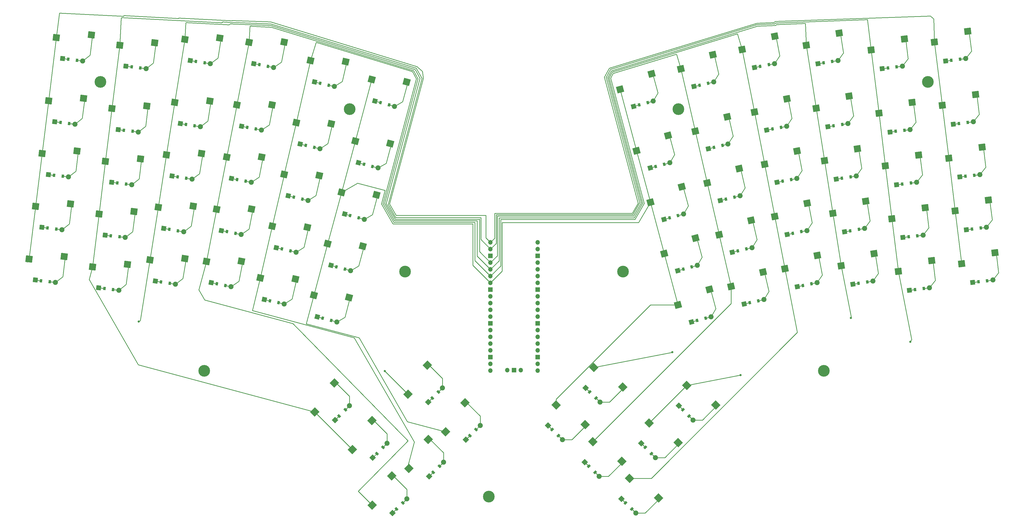
<source format=gbr>
%TF.GenerationSoftware,KiCad,Pcbnew,8.0.6*%
%TF.CreationDate,2024-12-18T16:31:54-08:00*%
%TF.ProjectId,gundamBowtie,67756e64-616d-4426-9f77-7469652e6b69,v1.0.0*%
%TF.SameCoordinates,Original*%
%TF.FileFunction,Copper,L2,Bot*%
%TF.FilePolarity,Positive*%
%FSLAX46Y46*%
G04 Gerber Fmt 4.6, Leading zero omitted, Abs format (unit mm)*
G04 Created by KiCad (PCBNEW 8.0.6) date 2024-12-18 16:31:54*
%MOMM*%
%LPD*%
G01*
G04 APERTURE LIST*
G04 Aperture macros list*
%AMRotRect*
0 Rectangle, with rotation*
0 The origin of the aperture is its center*
0 $1 length*
0 $2 width*
0 $3 Rotation angle, in degrees counterclockwise*
0 Add horizontal line*
21,1,$1,$2,0,0,$3*%
G04 Aperture macros list end*
%TA.AperFunction,ComponentPad*%
%ADD10RotRect,1.778000X1.778000X45.000000*%
%TD*%
%TA.AperFunction,SMDPad,CuDef*%
%ADD11RotRect,0.900000X1.200000X45.000000*%
%TD*%
%TA.AperFunction,ComponentPad*%
%ADD12C,1.905000*%
%TD*%
%TA.AperFunction,SMDPad,CuDef*%
%ADD13RotRect,2.550000X2.500000X11.000000*%
%TD*%
%TA.AperFunction,SMDPad,CuDef*%
%ADD14RotRect,2.550000X2.500000X15.000000*%
%TD*%
%TA.AperFunction,ComponentPad*%
%ADD15RotRect,1.778000X1.778000X315.000000*%
%TD*%
%TA.AperFunction,SMDPad,CuDef*%
%ADD16RotRect,0.900000X1.200000X315.000000*%
%TD*%
%TA.AperFunction,ComponentPad*%
%ADD17RotRect,1.778000X1.778000X353.000000*%
%TD*%
%TA.AperFunction,SMDPad,CuDef*%
%ADD18RotRect,0.900000X1.200000X353.000000*%
%TD*%
%TA.AperFunction,ComponentPad*%
%ADD19RotRect,1.778000X1.778000X351.000000*%
%TD*%
%TA.AperFunction,SMDPad,CuDef*%
%ADD20RotRect,0.900000X1.200000X351.000000*%
%TD*%
%TA.AperFunction,SMDPad,CuDef*%
%ADD21RotRect,2.550000X2.500000X351.000000*%
%TD*%
%TA.AperFunction,ComponentPad*%
%ADD22RotRect,1.778000X1.778000X349.000000*%
%TD*%
%TA.AperFunction,SMDPad,CuDef*%
%ADD23RotRect,0.900000X1.200000X349.000000*%
%TD*%
%TA.AperFunction,ComponentPad*%
%ADD24RotRect,1.778000X1.778000X11.000000*%
%TD*%
%TA.AperFunction,SMDPad,CuDef*%
%ADD25RotRect,0.900000X1.200000X11.000000*%
%TD*%
%TA.AperFunction,SMDPad,CuDef*%
%ADD26RotRect,2.550000X2.500000X345.000000*%
%TD*%
%TA.AperFunction,ComponentPad*%
%ADD27O,1.700000X1.700000*%
%TD*%
%TA.AperFunction,ComponentPad*%
%ADD28R,1.700000X1.700000*%
%TD*%
%TA.AperFunction,SMDPad,CuDef*%
%ADD29RotRect,2.550000X2.500000X7.000000*%
%TD*%
%TA.AperFunction,SMDPad,CuDef*%
%ADD30RotRect,2.550000X2.500000X353.000000*%
%TD*%
%TA.AperFunction,ComponentPad*%
%ADD31RotRect,1.778000X1.778000X345.000000*%
%TD*%
%TA.AperFunction,SMDPad,CuDef*%
%ADD32RotRect,0.900000X1.200000X345.000000*%
%TD*%
%TA.AperFunction,ComponentPad*%
%ADD33RotRect,1.778000X1.778000X7.000000*%
%TD*%
%TA.AperFunction,SMDPad,CuDef*%
%ADD34RotRect,0.900000X1.200000X7.000000*%
%TD*%
%TA.AperFunction,SMDPad,CuDef*%
%ADD35RotRect,2.550000X2.500000X9.000000*%
%TD*%
%TA.AperFunction,ComponentPad*%
%ADD36RotRect,1.778000X1.778000X13.000000*%
%TD*%
%TA.AperFunction,SMDPad,CuDef*%
%ADD37RotRect,0.900000X1.200000X13.000000*%
%TD*%
%TA.AperFunction,SMDPad,CuDef*%
%ADD38RotRect,2.550000X2.500000X315.000000*%
%TD*%
%TA.AperFunction,SMDPad,CuDef*%
%ADD39RotRect,2.550000X2.500000X13.000000*%
%TD*%
%TA.AperFunction,SMDPad,CuDef*%
%ADD40RotRect,2.550000X2.500000X349.000000*%
%TD*%
%TA.AperFunction,SMDPad,CuDef*%
%ADD41RotRect,2.550000X2.500000X45.000000*%
%TD*%
%TA.AperFunction,ComponentPad*%
%ADD42C,0.700000*%
%TD*%
%TA.AperFunction,ComponentPad*%
%ADD43C,4.400000*%
%TD*%
%TA.AperFunction,SMDPad,CuDef*%
%ADD44RotRect,2.550000X2.500000X347.000000*%
%TD*%
%TA.AperFunction,ComponentPad*%
%ADD45RotRect,1.778000X1.778000X9.000000*%
%TD*%
%TA.AperFunction,SMDPad,CuDef*%
%ADD46RotRect,0.900000X1.200000X9.000000*%
%TD*%
%TA.AperFunction,ComponentPad*%
%ADD47RotRect,1.778000X1.778000X15.000000*%
%TD*%
%TA.AperFunction,SMDPad,CuDef*%
%ADD48RotRect,0.900000X1.200000X15.000000*%
%TD*%
%TA.AperFunction,ComponentPad*%
%ADD49RotRect,1.778000X1.778000X347.000000*%
%TD*%
%TA.AperFunction,SMDPad,CuDef*%
%ADD50RotRect,0.900000X1.200000X347.000000*%
%TD*%
%TA.AperFunction,ViaPad*%
%ADD51C,0.800000*%
%TD*%
%TA.AperFunction,Conductor*%
%ADD52C,0.250000*%
%TD*%
G04 APERTURE END LIST*
D10*
%TO.P,D34,1*%
%TO.N,GP15*%
X162183448Y-233057988D03*
D11*
X163710795Y-231530634D03*
%TO.P,D34,2*%
%TO.N,keysNextToBig_bottom*%
X166044247Y-229197180D03*
D12*
X167571594Y-227669826D03*
%TD*%
D13*
%TO.P,S52,1*%
%TO.N,GP3*%
X309719945Y-141062916D03*
%TO.P,S52,2*%
%TO.N,mirror_middle_bottom*%
X321924777Y-136102991D03*
%TD*%
D14*
%TO.P,S66,1*%
%TO.N,GP5*%
X247768609Y-73580650D03*
%TO.P,S66,2*%
%TO.N,mirror_inner_function*%
X259597731Y-67781436D03*
%TD*%
D15*
%TO.P,D71,1*%
%TO.N,GP16*%
X234478135Y-213881267D03*
D16*
X236005489Y-215408614D03*
%TO.P,D71,2*%
%TO.N,mirror_keysNextToBigPart2_bottom*%
X238338943Y-217742066D03*
D12*
X239866297Y-219269413D03*
%TD*%
D17*
%TO.P,D8,1*%
%TO.N,GP11*%
X56577332Y-108588468D03*
D18*
X58721230Y-108851702D03*
%TO.P,D8,2*%
%TO.N,pinky_top*%
X61996636Y-109253870D03*
D12*
X64140534Y-109517104D03*
%TD*%
D19*
%TO.P,D12,1*%
%TO.N,GP12*%
X76129728Y-125977093D03*
D20*
X78263140Y-126314988D03*
%TO.P,D12,2*%
%TO.N,ring_home*%
X81522500Y-126831226D03*
D12*
X83655912Y-127169121D03*
%TD*%
D21*
%TO.P,S12,1*%
%TO.N,GP2*%
X74074563Y-118017569D03*
%TO.P,S12,2*%
%TO.N,ring_home*%
X87239760Y-117531067D03*
%TD*%
D22*
%TO.P,D18,1*%
%TO.N,GP11*%
X101617200Y-107120422D03*
D23*
X103737517Y-107532561D03*
%TO.P,D18,2*%
%TO.N,middle_top*%
X106976883Y-108162241D03*
D12*
X109097200Y-108574380D03*
%TD*%
D24*
%TO.P,D55,1*%
%TO.N,GP21*%
X302924937Y-88941812D03*
D25*
X305045250Y-88529673D03*
%TO.P,D55,2*%
%TO.N,mirror_middle_number*%
X308284622Y-87900005D03*
D12*
X310404935Y-87487866D03*
%TD*%
D26*
%TO.P,S27,1*%
%TO.N,GP5*%
X137818086Y-131732383D03*
%TO.P,S27,2*%
%TO.N,inner_home*%
X150962004Y-132624690D03*
%TD*%
D27*
%TO.P,_1,43*%
%TO.N,N/C*%
X210459144Y-179238110D03*
D28*
%TO.P,_1,42*%
X207919158Y-179238108D03*
D27*
%TO.P,_1,41*%
X205379148Y-179238123D03*
%TO.P,_1,40*%
%TO.N,VBUS*%
X216809144Y-131208111D03*
%TO.P,_1,39*%
%TO.N,VSYS*%
X216809147Y-133748113D03*
D28*
%TO.P,_1,38*%
%TO.N,GND*%
X216809160Y-136288107D03*
D27*
%TO.P,_1,37*%
%TO.N,3V3_EN*%
X216809148Y-138828099D03*
%TO.P,_1,36*%
%TO.N,3V3*%
X216809153Y-141368114D03*
%TO.P,_1,35*%
%TO.N,ADC_VREF*%
X216809146Y-143908108D03*
%TO.P,_1,34*%
%TO.N,GP28*%
X216809147Y-146448106D03*
D28*
%TO.P,_1,33*%
%TO.N,AGND*%
X216809142Y-148988114D03*
D27*
%TO.P,_1,32*%
%TO.N,GP27*%
X216809145Y-151528110D03*
%TO.P,_1,31*%
%TO.N,GP26*%
X216809148Y-154068102D03*
%TO.P,_1,30*%
%TO.N,RUN*%
X216809143Y-156608112D03*
%TO.P,_1,29*%
%TO.N,GP22*%
X216809143Y-159148111D03*
D28*
%TO.P,_1,28*%
%TO.N,GND*%
X216809154Y-161688111D03*
D27*
%TO.P,_1,27*%
%TO.N,GP21*%
X216809149Y-164228110D03*
%TO.P,_1,26*%
%TO.N,GP20*%
X216809147Y-166768115D03*
%TO.P,_1,25*%
%TO.N,GP19*%
X216809149Y-169308103D03*
%TO.P,_1,24*%
%TO.N,GP18*%
X216809150Y-171848107D03*
D28*
%TO.P,_1,23*%
%TO.N,GND*%
X216809127Y-174388118D03*
D27*
%TO.P,_1,22*%
%TO.N,GP17*%
X216809143Y-176928106D03*
%TO.P,_1,21*%
%TO.N,GP16*%
X216809147Y-179468111D03*
%TO.P,_1,20*%
%TO.N,GP15*%
X199029148Y-179468107D03*
%TO.P,_1,19*%
%TO.N,GP14*%
X199029145Y-176928105D03*
D28*
%TO.P,_1,18*%
%TO.N,GND*%
X199029132Y-174388111D03*
D27*
%TO.P,_1,17*%
%TO.N,GP13*%
X199029144Y-171848119D03*
%TO.P,_1,16*%
%TO.N,GP12*%
X199029139Y-169308104D03*
%TO.P,_1,15*%
%TO.N,GP11*%
X199029146Y-166768110D03*
%TO.P,_1,14*%
%TO.N,GP10*%
X199029145Y-164228112D03*
D28*
%TO.P,_1,13*%
%TO.N,GND*%
X199029150Y-161688104D03*
D27*
%TO.P,_1,12*%
%TO.N,GP9*%
X199029147Y-159148108D03*
%TO.P,_1,11*%
%TO.N,GP8*%
X199029144Y-156608116D03*
%TO.P,_1,10*%
%TO.N,GP7*%
X199029149Y-154068106D03*
%TO.P,_1,9*%
%TO.N,GP6*%
X199029149Y-151528107D03*
D28*
%TO.P,_1,8*%
%TO.N,GND*%
X199029138Y-148988107D03*
D27*
%TO.P,_1,7*%
%TO.N,GP5*%
X199029143Y-146448108D03*
%TO.P,_1,6*%
%TO.N,GP4*%
X199029145Y-143908103D03*
%TO.P,_1,5*%
%TO.N,GP3*%
X199029143Y-141368115D03*
%TO.P,_1,4*%
%TO.N,GP2*%
X199029142Y-138828111D03*
D28*
%TO.P,_1,3*%
%TO.N,GND*%
X199029165Y-136288100D03*
D27*
%TO.P,_1,2*%
%TO.N,GP1*%
X199029149Y-133748112D03*
%TO.P,_1,1*%
%TO.N,GP0*%
X199029145Y-131208107D03*
%TD*%
D29*
%TO.P,S46,1*%
%TO.N,GP1*%
X342166045Y-58760390D03*
%TO.P,S46,2*%
%TO.N,mirror_pinky_function*%
X354687137Y-54663919D03*
%TD*%
D26*
%TO.P,S28,1*%
%TO.N,GP5*%
X142994478Y-112413872D03*
%TO.P,S28,2*%
%TO.N,inner_top*%
X156138396Y-113306179D03*
%TD*%
D30*
%TO.P,S2,1*%
%TO.N,GP0*%
X27987149Y-117631633D03*
%TO.P,S2,2*%
%TO.N,mods_home*%
X41127340Y-116685973D03*
%TD*%
D31*
%TO.P,D28,1*%
%TO.N,GP11*%
X144206372Y-120544585D03*
D32*
X146292772Y-121103624D03*
%TO.P,D28,2*%
%TO.N,inner_top*%
X149480322Y-121957746D03*
D12*
X151566722Y-122516785D03*
%TD*%
D33*
%TO.P,D39,1*%
%TO.N,GP20*%
X375518842Y-106592271D03*
D34*
X377662735Y-106329028D03*
%TO.P,D39,2*%
%TO.N,mirror_mods_top*%
X380938155Y-105926862D03*
D12*
X383082048Y-105663619D03*
%TD*%
D21*
%TO.P,S11,1*%
%TO.N,GP2*%
X70945900Y-137771388D03*
%TO.P,S11,2*%
%TO.N,ring_bottom*%
X84111097Y-137284886D03*
%TD*%
D17*
%TO.P,D4,1*%
%TO.N,GP10*%
X35193599Y-85812684D03*
D18*
X37337497Y-86075918D03*
%TO.P,D4,2*%
%TO.N,mods_number*%
X40612903Y-86478086D03*
D12*
X42756801Y-86741320D03*
%TD*%
D35*
%TO.P,S47,1*%
%TO.N,GP2*%
X330896870Y-139988022D03*
%TO.P,S47,2*%
%TO.N,mirror_ring_bottom*%
X343267362Y-135457063D03*
%TD*%
D29*
%TO.P,S45,1*%
%TO.N,GP1*%
X345090901Y-82581523D03*
%TO.P,S45,2*%
%TO.N,mirror_pinky_number*%
X357611993Y-78485052D03*
%TD*%
D10*
%TO.P,D36,1*%
%TO.N,GP15*%
X189760651Y-205480852D03*
D11*
X191287998Y-203953498D03*
%TO.P,D36,2*%
%TO.N,keysNextToBigPart3_bottom*%
X193621450Y-201620044D03*
D12*
X195148797Y-200092690D03*
%TD*%
D36*
%TO.P,D58,1*%
%TO.N,GP19*%
X289935682Y-134906909D03*
D37*
X292040319Y-134421013D03*
%TO.P,D58,2*%
%TO.N,mirror_index_home*%
X295255741Y-133678677D03*
D12*
X297360378Y-133192781D03*
%TD*%
D17*
%TO.P,D10,1*%
%TO.N,GP9*%
X61939597Y-64916422D03*
D18*
X64083495Y-65179656D03*
%TO.P,D10,2*%
%TO.N,pinky_function*%
X67358901Y-65581824D03*
D12*
X69502799Y-65845058D03*
%TD*%
D38*
%TO.P,S72,1*%
%TO.N,GP5*%
X223705348Y-192445338D03*
%TO.P,S72,2*%
%TO.N,mirror_keysNextToBigPart3_bottom*%
X234642177Y-199790060D03*
%TD*%
D26*
%TO.P,S30,1*%
%TO.N,GP5*%
X154382511Y-69913117D03*
%TO.P,S30,2*%
%TO.N,inner_function*%
X167526429Y-70805424D03*
%TD*%
D30*
%TO.P,S7,1*%
%TO.N,GP1*%
X51808279Y-120556435D03*
%TO.P,S7,2*%
%TO.N,pinky_home*%
X64948470Y-119610775D03*
%TD*%
D33*
%TO.P,D41,1*%
%TO.N,GP22*%
X370156603Y-62920214D03*
D34*
X372300496Y-62656971D03*
%TO.P,D41,2*%
%TO.N,mirror_mods_function*%
X375575916Y-62254805D03*
D12*
X377719809Y-61991562D03*
%TD*%
D21*
%TO.P,S15,1*%
%TO.N,GP2*%
X84086354Y-54805535D03*
%TO.P,S15,2*%
%TO.N,ring_function*%
X97251551Y-54319033D03*
%TD*%
D39*
%TO.P,S59,1*%
%TO.N,GP4*%
X280549453Y-108809460D03*
%TO.P,S59,2*%
%TO.N,mirror_index_top*%
X292573745Y-103426618D03*
%TD*%
D33*
%TO.P,D42,1*%
%TO.N,GP18*%
X356572503Y-149218954D03*
D34*
X358716396Y-148955711D03*
%TO.P,D42,2*%
%TO.N,mirror_pinky_bottom*%
X361991816Y-148553545D03*
D12*
X364135709Y-148290302D03*
%TD*%
D40*
%TO.P,S16,1*%
%TO.N,GP3*%
X92208671Y-138359147D03*
%TO.P,S16,2*%
%TO.N,middle_bottom*%
X105382821Y-138332400D03*
%TD*%
D17*
%TO.P,D2,1*%
%TO.N,GP12*%
X30318832Y-125514531D03*
D18*
X32462730Y-125777765D03*
%TO.P,D2,2*%
%TO.N,mods_home*%
X35738136Y-126179933D03*
D12*
X37882034Y-126443167D03*
%TD*%
D24*
%TO.P,D52,1*%
%TO.N,GP18*%
X314373483Y-147839441D03*
D25*
X316493796Y-147427302D03*
%TO.P,D52,2*%
%TO.N,mirror_middle_bottom*%
X319733168Y-146797634D03*
D12*
X321853481Y-146385495D03*
%TD*%
D15*
%TO.P,D68,1*%
%TO.N,GP18*%
X269833451Y-192668066D03*
D16*
X271360805Y-194195413D03*
%TO.P,D68,2*%
%TO.N,mirror_left_top*%
X273694259Y-196528865D03*
D12*
X275221613Y-198056212D03*
%TD*%
D41*
%TO.P,S32,1*%
%TO.N,GP1*%
X132969332Y-195040406D03*
%TO.P,S32,2*%
%TO.N,left_top*%
X140314054Y-184103577D03*
%TD*%
D31*
%TO.P,D30,1*%
%TO.N,GP9*%
X155594407Y-78043884D03*
D32*
X157680807Y-78602923D03*
%TO.P,D30,2*%
%TO.N,inner_function*%
X160868357Y-79457045D03*
D12*
X162954757Y-80016084D03*
%TD*%
D33*
%TO.P,D40,1*%
%TO.N,GP21*%
X373081491Y-86741308D03*
D34*
X375225384Y-86478065D03*
%TO.P,D40,2*%
%TO.N,mirror_mods_number*%
X378500804Y-86075899D03*
D12*
X380644697Y-85812656D03*
%TD*%
D33*
%TO.P,D43,1*%
%TO.N,GP19*%
X354135141Y-129368063D03*
D34*
X356279034Y-129104820D03*
%TO.P,D43,2*%
%TO.N,mirror_pinky_home*%
X359554454Y-128702654D03*
D12*
X361698347Y-128439411D03*
%TD*%
D17*
%TO.P,D1,1*%
%TO.N,GP13*%
X27881439Y-145365428D03*
D18*
X30025337Y-145628662D03*
%TO.P,D1,2*%
%TO.N,mods_bottom*%
X33300743Y-146030830D03*
D12*
X35444641Y-146294064D03*
%TD*%
D13*
%TO.P,S53,1*%
%TO.N,GP3*%
X305903779Y-121430365D03*
%TO.P,S53,2*%
%TO.N,mirror_middle_home*%
X318108611Y-116470440D03*
%TD*%
D42*
%TO.P,_3,1*%
%TO.N,N/C*%
X361838610Y-70994100D03*
X362460477Y-72093235D03*
X362176102Y-69777174D03*
X363677403Y-72430727D03*
D43*
X363476320Y-70793017D03*
D42*
X363275237Y-69155307D03*
X364776538Y-71808860D03*
X364492163Y-69492799D03*
X365114030Y-70591934D03*
%TD*%
D35*
%TO.P,S51,1*%
%TO.N,GP2*%
X317756384Y-57022247D03*
%TO.P,S51,2*%
%TO.N,mirror_ring_function*%
X330126876Y-52491288D03*
%TD*%
D44*
%TO.P,S25,1*%
%TO.N,GP4*%
X131379927Y-62749619D03*
%TO.P,S25,2*%
%TO.N,index_function*%
X144546988Y-63182654D03*
%TD*%
D33*
%TO.P,D45,1*%
%TO.N,GP21*%
X349260365Y-89666168D03*
D34*
X351404258Y-89402925D03*
%TO.P,D45,2*%
%TO.N,mirror_pinky_number*%
X354679678Y-89000759D03*
D12*
X356823571Y-88737516D03*
%TD*%
D42*
%TO.P,_8,1*%
%TO.N,N/C*%
X165351189Y-141739499D03*
X165516016Y-142991558D03*
X166119966Y-140737612D03*
X167372025Y-140572785D03*
D43*
X166944964Y-142166560D03*
D42*
X166517903Y-143760335D03*
X167769962Y-143595508D03*
X168373912Y-141341562D03*
X168538739Y-142593621D03*
%TD*%
D38*
%TO.P,S67,1*%
%TO.N,GP1*%
X258707146Y-199162835D03*
%TO.P,S67,2*%
%TO.N,mirror_left_middle*%
X269643975Y-206507557D03*
%TD*%
D33*
%TO.P,D38,1*%
%TO.N,GP19*%
X377956267Y-126443168D03*
D34*
X380100160Y-126179925D03*
%TO.P,D38,2*%
%TO.N,mirror_mods_home*%
X383375580Y-125777759D03*
D12*
X385519473Y-125514516D03*
%TD*%
D44*
%TO.P,S22,1*%
%TO.N,GP4*%
X116982984Y-125109331D03*
%TO.P,S22,2*%
%TO.N,index_home*%
X130150045Y-125542366D03*
%TD*%
D45*
%TO.P,D51,1*%
%TO.N,GP22*%
X322170573Y-63957022D03*
D46*
X324303976Y-63619136D03*
%TO.P,D51,2*%
%TO.N,mirror_ring_function*%
X327563350Y-63102904D03*
D12*
X329696753Y-62765018D03*
%TD*%
D47*
%TO.P,D63,1*%
%TO.N,GP19*%
X269447966Y-141835308D03*
D48*
X271534367Y-141276255D03*
%TO.P,D63,2*%
%TO.N,mirror_inner_home*%
X274721921Y-140422153D03*
D12*
X276808322Y-139863100D03*
%TD*%
D13*
%TO.P,S56,1*%
%TO.N,GP3*%
X293692014Y-58606234D03*
%TO.P,S56,2*%
%TO.N,mirror_middle_function*%
X305896846Y-53646309D03*
%TD*%
D49*
%TO.P,D22,1*%
%TO.N,GP12*%
X118477945Y-133192776D03*
D50*
X120582580Y-133678668D03*
%TO.P,D22,2*%
%TO.N,index_home*%
X123798018Y-134421016D03*
D12*
X125902653Y-134906908D03*
%TD*%
D44*
%TO.P,S23,1*%
%TO.N,GP4*%
X121482027Y-105621936D03*
%TO.P,S23,2*%
%TO.N,index_top*%
X134649088Y-106054971D03*
%TD*%
D35*
%TO.P,S50,1*%
%TO.N,GP2*%
X321510819Y-80726764D03*
%TO.P,S50,2*%
%TO.N,mirror_ring_number*%
X333881311Y-76195805D03*
%TD*%
D13*
%TO.P,S54,1*%
%TO.N,GP3*%
X302087586Y-101797767D03*
%TO.P,S54,2*%
%TO.N,mirror_middle_top*%
X314292418Y-96837842D03*
%TD*%
D14*
%TO.P,S63,1*%
%TO.N,GP5*%
X264333053Y-135399845D03*
%TO.P,S63,2*%
%TO.N,mirror_inner_home*%
X276162175Y-129600631D03*
%TD*%
D36*
%TO.P,D60,1*%
%TO.N,GP21*%
X280937626Y-95932102D03*
D37*
X283042263Y-95446206D03*
%TO.P,D60,2*%
%TO.N,mirror_index_number*%
X286257685Y-94703870D03*
D12*
X288362322Y-94217974D03*
%TD*%
D15*
%TO.P,D69,1*%
%TO.N,GP17*%
X234831694Y-185950547D03*
D16*
X236359048Y-187477894D03*
%TO.P,D69,2*%
%TO.N,mirror_right_middle*%
X238692502Y-189811346D03*
D12*
X240219856Y-191338693D03*
%TD*%
D14*
%TO.P,S62,1*%
%TO.N,GP5*%
X269509429Y-154718382D03*
%TO.P,S62,2*%
%TO.N,mirror_inner_bottom*%
X281338551Y-148919168D03*
%TD*%
D31*
%TO.P,D29,1*%
%TO.N,GP10*%
X149382713Y-101226076D03*
D32*
X151469113Y-101785115D03*
%TO.P,D29,2*%
%TO.N,inner_number*%
X154656663Y-102639237D03*
D12*
X156743063Y-103198276D03*
%TD*%
D39*
%TO.P,S57,1*%
%TO.N,GP4*%
X289547485Y-147784286D03*
%TO.P,S57,2*%
%TO.N,mirror_index_bottom*%
X301571777Y-142401444D03*
%TD*%
D15*
%TO.P,D67,1*%
%TO.N,GP17*%
X255691310Y-206810226D03*
D16*
X257218664Y-208337573D03*
%TO.P,D67,2*%
%TO.N,mirror_left_middle*%
X259552118Y-210671025D03*
D12*
X261079472Y-212198372D03*
%TD*%
D29*
%TO.P,S42,1*%
%TO.N,GP1*%
X352403018Y-142134282D03*
%TO.P,S42,2*%
%TO.N,mirror_pinky_bottom*%
X364924110Y-138037811D03*
%TD*%
D38*
%TO.P,S69,1*%
%TO.N,GP2*%
X237847450Y-178303211D03*
%TO.P,S69,2*%
%TO.N,mirror_right_middle*%
X248784279Y-185647933D03*
%TD*%
D29*
%TO.P,S43,1*%
%TO.N,GP1*%
X349965651Y-122283325D03*
%TO.P,S43,2*%
%TO.N,mirror_pinky_home*%
X362486743Y-118186854D03*
%TD*%
D30*
%TO.P,S5,2*%
%TO.N,mods_function*%
X48926972Y-53162991D03*
%TO.P,S5,1*%
%TO.N,GP0*%
X35786781Y-54108651D03*
%TD*%
D39*
%TO.P,S58,1*%
%TO.N,GP4*%
X285048447Y-128296885D03*
%TO.P,S58,2*%
%TO.N,mirror_index_home*%
X297072739Y-122914043D03*
%TD*%
D10*
%TO.P,D31,1*%
%TO.N,GP14*%
X154758799Y-212198368D03*
D11*
X156286146Y-210671014D03*
%TO.P,D31,2*%
%TO.N,left_middle*%
X158619598Y-208337560D03*
D12*
X160146945Y-206810206D03*
%TD*%
D31*
%TO.P,D27,1*%
%TO.N,GP12*%
X139030014Y-139863138D03*
D32*
X141116414Y-140422177D03*
%TO.P,D27,2*%
%TO.N,inner_home*%
X144303964Y-141276299D03*
D12*
X146390364Y-141835338D03*
%TD*%
D26*
%TO.P,S29,1*%
%TO.N,GP5*%
X148170836Y-93095348D03*
%TO.P,S29,2*%
%TO.N,inner_number*%
X161314754Y-93987655D03*
%TD*%
D35*
%TO.P,S49,1*%
%TO.N,GP2*%
X324639480Y-100480536D03*
%TO.P,S49,2*%
%TO.N,mirror_ring_top*%
X337009972Y-95949577D03*
%TD*%
D42*
%TO.P,_4,1*%
%TO.N,N/C*%
X144512588Y-80704059D03*
X144721022Y-81949597D03*
X145245943Y-79675948D03*
X146491481Y-79467514D03*
D43*
X146120307Y-81075233D03*
D42*
X145749133Y-82682952D03*
X146994671Y-82474518D03*
X147519592Y-80200869D03*
X147728026Y-81446407D03*
%TD*%
%TO.P,_9,1*%
%TO.N,N/C*%
X247299489Y-142593601D03*
X247464325Y-141341548D03*
X248068264Y-143595491D03*
X249320317Y-143760327D03*
D43*
X248893266Y-142166550D03*
D42*
X248466215Y-140572773D03*
X249718268Y-140737609D03*
X250322207Y-142991552D03*
X250487043Y-141739499D03*
%TD*%
D36*
%TO.P,D61,1*%
%TO.N,GP22*%
X275538809Y-72547253D03*
D37*
X277643446Y-72061357D03*
%TO.P,D61,2*%
%TO.N,mirror_index_function*%
X280858868Y-71319021D03*
D12*
X282963505Y-70833125D03*
%TD*%
D40*
%TO.P,S19,1*%
%TO.N,GP3*%
X103657234Y-79461494D03*
%TO.P,S19,2*%
%TO.N,middle_number*%
X116831384Y-79434747D03*
%TD*%
D19*
%TO.P,D11,1*%
%TO.N,GP13*%
X73001053Y-145730843D03*
D20*
X75134465Y-146068738D03*
%TO.P,D11,2*%
%TO.N,ring_bottom*%
X78393825Y-146584976D03*
D12*
X80527237Y-146922871D03*
%TD*%
D41*
%TO.P,S35,1*%
%TO.N,GP4*%
X168324634Y-216253636D03*
%TO.P,S35,2*%
%TO.N,keysNextToBigPart2_bottom*%
X175669356Y-205316807D03*
%TD*%
D15*
%TO.P,D72,1*%
%TO.N,GP16*%
X220689516Y-200092698D03*
D16*
X222216870Y-201620045D03*
%TO.P,D72,2*%
%TO.N,mirror_keysNextToBigPart3_bottom*%
X224550324Y-203953497D03*
D12*
X226077678Y-205480844D03*
%TD*%
D29*
%TO.P,S38,1*%
%TO.N,GP0*%
X373786747Y-119358490D03*
%TO.P,S38,2*%
%TO.N,mirror_mods_home*%
X386307839Y-115262019D03*
%TD*%
D33*
%TO.P,D37,1*%
%TO.N,GP18*%
X380393630Y-146294086D03*
D34*
X382537523Y-146030843D03*
%TO.P,D37,2*%
%TO.N,mirror_mods_bottom*%
X385812943Y-145628677D03*
D12*
X387956836Y-145365434D03*
%TD*%
D44*
%TO.P,S24,1*%
%TO.N,GP4*%
X125981059Y-86134529D03*
%TO.P,S24,2*%
%TO.N,index_number*%
X139148120Y-86567564D03*
%TD*%
D29*
%TO.P,S39,1*%
%TO.N,GP0*%
X371349405Y-99507588D03*
%TO.P,S39,2*%
%TO.N,mirror_mods_top*%
X383870497Y-95411117D03*
%TD*%
D14*
%TO.P,S65,1*%
%TO.N,GP5*%
X253980238Y-96762845D03*
%TO.P,S65,2*%
%TO.N,mirror_inner_number*%
X265809360Y-90963631D03*
%TD*%
D47*
%TO.P,D62,1*%
%TO.N,GP18*%
X274624307Y-161153842D03*
D48*
X276710708Y-160594789D03*
%TO.P,D62,2*%
%TO.N,mirror_inner_bottom*%
X279898262Y-159740687D03*
D12*
X281984663Y-159181634D03*
%TD*%
D45*
%TO.P,D49,1*%
%TO.N,GP20*%
X329053688Y-107415326D03*
D46*
X331187091Y-107077440D03*
%TO.P,D49,2*%
%TO.N,mirror_ring_top*%
X334446465Y-106561208D03*
D12*
X336579868Y-106223322D03*
%TD*%
D19*
%TO.P,D15,1*%
%TO.N,GP9*%
X86141574Y-62765044D03*
D20*
X88274986Y-63102939D03*
%TO.P,D15,2*%
%TO.N,ring_function*%
X91534346Y-63619177D03*
D12*
X93667758Y-63957072D03*
%TD*%
D41*
%TO.P,S34,1*%
%TO.N,GP3*%
X154536065Y-230042201D03*
%TO.P,S34,2*%
%TO.N,keysNextToBig_bottom*%
X161880787Y-219105372D03*
%TD*%
D30*
%TO.P,S6,1*%
%TO.N,GP1*%
X49370872Y-140407423D03*
%TO.P,S6,2*%
%TO.N,pinky_bottom*%
X62511063Y-139461763D03*
%TD*%
D42*
%TO.P,_6,1*%
%TO.N,N/C*%
X89808442Y-179191307D03*
X90505461Y-178138231D03*
X90060209Y-180428811D03*
X91742965Y-177886464D03*
D43*
X91428125Y-179506147D03*
D42*
X91113285Y-181125830D03*
X92796041Y-178583483D03*
X92350789Y-180874063D03*
X93047808Y-179820987D03*
%TD*%
D30*
%TO.P,S3,1*%
%TO.N,GP0*%
X30424524Y-97780682D03*
%TO.P,S3,2*%
%TO.N,mods_top*%
X43564715Y-96835022D03*
%TD*%
D42*
%TO.P,_2,1*%
%TO.N,N/C*%
X50724313Y-70591939D03*
X51061796Y-71808861D03*
X51346178Y-69492803D03*
X52563100Y-69155320D03*
D43*
X52362016Y-70793023D03*
D42*
X52160932Y-72430726D03*
X53377854Y-72093243D03*
X53662236Y-69777185D03*
X53999719Y-70994107D03*
%TD*%
D30*
%TO.P,S10,1*%
%TO.N,GP1*%
X59607904Y-57033506D03*
%TO.P,S10,2*%
%TO.N,pinky_function*%
X72748095Y-56087846D03*
%TD*%
D22*
%TO.P,D16,1*%
%TO.N,GP13*%
X93984821Y-146385521D03*
D23*
X96105138Y-146797660D03*
%TO.P,D16,2*%
%TO.N,middle_bottom*%
X99344504Y-147427340D03*
D12*
X101464821Y-147839479D03*
%TD*%
D29*
%TO.P,S40,1*%
%TO.N,GP0*%
X368912000Y-79656631D03*
%TO.P,S40,2*%
%TO.N,mirror_mods_number*%
X381433092Y-75560160D03*
%TD*%
D45*
%TO.P,D48,1*%
%TO.N,GP19*%
X332182374Y-127169111D03*
D46*
X334315777Y-126831225D03*
%TO.P,D48,2*%
%TO.N,mirror_ring_home*%
X337575151Y-126314993D03*
D12*
X339708554Y-125977107D03*
%TD*%
D47*
%TO.P,D66,1*%
%TO.N,GP22*%
X252883564Y-80016084D03*
D48*
X254969965Y-79457031D03*
%TO.P,D66,2*%
%TO.N,mirror_inner_function*%
X258157519Y-78602929D03*
D12*
X260243920Y-78043876D03*
%TD*%
D40*
%TO.P,S17,1*%
%TO.N,GP3*%
X96024840Y-118726562D03*
%TO.P,S17,2*%
%TO.N,middle_home*%
X109198990Y-118699815D03*
%TD*%
D21*
%TO.P,S14,1*%
%TO.N,GP2*%
X80331938Y-78510037D03*
%TO.P,S14,2*%
%TO.N,ring_number*%
X93497135Y-78023535D03*
%TD*%
%TO.P,S13,1*%
%TO.N,GP2*%
X77203293Y-98263829D03*
%TO.P,S13,2*%
%TO.N,ring_top*%
X90368490Y-97777327D03*
%TD*%
D36*
%TO.P,D59,1*%
%TO.N,GP20*%
X285436669Y-115419508D03*
D37*
X287541306Y-114933612D03*
%TO.P,D59,2*%
%TO.N,mirror_index_top*%
X290756728Y-114191276D03*
D12*
X292861365Y-113705380D03*
%TD*%
D40*
%TO.P,S20,1*%
%TO.N,GP3*%
X108236646Y-55902445D03*
%TO.P,S20,2*%
%TO.N,middle_function*%
X121410796Y-55875698D03*
%TD*%
D24*
%TO.P,D56,1*%
%TO.N,GP22*%
X298345539Y-65382756D03*
D25*
X300465852Y-64970617D03*
%TO.P,D56,2*%
%TO.N,mirror_middle_function*%
X303705224Y-64340949D03*
D12*
X305825537Y-63928810D03*
%TD*%
D38*
%TO.P,S71,1*%
%TO.N,GP4*%
X237493936Y-206233903D03*
%TO.P,S71,2*%
%TO.N,mirror_keysNextToBigPart2_bottom*%
X248430765Y-213578625D03*
%TD*%
D41*
%TO.P,S36,1*%
%TO.N,GP5*%
X182113228Y-202465034D03*
%TO.P,S36,2*%
%TO.N,keysNextToBigPart3_bottom*%
X189457950Y-191528205D03*
%TD*%
D24*
%TO.P,D54,1*%
%TO.N,GP20*%
X306741115Y-108574346D03*
D25*
X308861428Y-108162207D03*
%TO.P,D54,2*%
%TO.N,mirror_middle_top*%
X312100800Y-107532539D03*
D12*
X314221113Y-107120400D03*
%TD*%
D10*
%TO.P,D33,1*%
%TO.N,GP14*%
X175618453Y-191338692D03*
D11*
X177145800Y-189811338D03*
%TO.P,D33,2*%
%TO.N,right_middle*%
X179479252Y-187477884D03*
D12*
X181006599Y-185950530D03*
%TD*%
D39*
%TO.P,S61,1*%
%TO.N,GP4*%
X270651643Y-65937176D03*
%TO.P,S61,2*%
%TO.N,mirror_index_function*%
X282675935Y-60554334D03*
%TD*%
D49*
%TO.P,D23,1*%
%TO.N,GP11*%
X122976965Y-113705372D03*
D50*
X125081600Y-114191264D03*
%TO.P,D23,2*%
%TO.N,index_top*%
X128297038Y-114933612D03*
D12*
X130401673Y-115419504D03*
%TD*%
D41*
%TO.P,S33,1*%
%TO.N,GP2*%
X167971101Y-188322917D03*
%TO.P,S33,2*%
%TO.N,right_middle*%
X175315823Y-177386088D03*
%TD*%
D22*
%TO.P,D17,1*%
%TO.N,GP12*%
X97801032Y-126752958D03*
D23*
X99921349Y-127165097D03*
%TO.P,D17,2*%
%TO.N,middle_home*%
X103160715Y-127794777D03*
D12*
X105281032Y-128206916D03*
%TD*%
D38*
%TO.P,S68,1*%
%TO.N,GP1*%
X272849259Y-185020718D03*
%TO.P,S68,2*%
%TO.N,mirror_left_top*%
X283786088Y-192365440D03*
%TD*%
D31*
%TO.P,D26,1*%
%TO.N,GP13*%
X133853628Y-159181640D03*
D32*
X135940028Y-159740679D03*
%TO.P,D26,2*%
%TO.N,inner_bottom*%
X139127578Y-160594801D03*
D12*
X141213978Y-161153840D03*
%TD*%
D13*
%TO.P,S55,1*%
%TO.N,GP3*%
X298271401Y-82165273D03*
%TO.P,S55,2*%
%TO.N,mirror_middle_number*%
X310476233Y-77205348D03*
%TD*%
D45*
%TO.P,D50,1*%
%TO.N,GP21*%
X325925008Y-87661603D03*
D46*
X328058411Y-87323717D03*
%TO.P,D50,2*%
%TO.N,mirror_ring_number*%
X331317785Y-86807485D03*
D12*
X333451188Y-86469599D03*
%TD*%
D24*
%TO.P,D53,1*%
%TO.N,GP19*%
X310557253Y-128206901D03*
D25*
X312677566Y-127794762D03*
%TO.P,D53,2*%
%TO.N,mirror_middle_home*%
X315916938Y-127165094D03*
D12*
X318037251Y-126752955D03*
%TD*%
D29*
%TO.P,S44,1*%
%TO.N,GP1*%
X347528297Y-102432446D03*
%TO.P,S44,2*%
%TO.N,mirror_pinky_top*%
X360049389Y-98335975D03*
%TD*%
D10*
%TO.P,D32,1*%
%TO.N,GP13*%
X140616680Y-198056222D03*
D11*
X142144027Y-196528868D03*
%TO.P,D32,2*%
%TO.N,left_top*%
X144477479Y-194195414D03*
D12*
X146004826Y-192668060D03*
%TD*%
D47*
%TO.P,D64,1*%
%TO.N,GP20*%
X264271534Y-122516761D03*
D48*
X266357935Y-121957708D03*
%TO.P,D64,2*%
%TO.N,mirror_inner_top*%
X269545489Y-121103606D03*
D12*
X271631890Y-120544553D03*
%TD*%
D36*
%TO.P,D57,1*%
%TO.N,GP18*%
X294434673Y-154394277D03*
D37*
X296539310Y-153908381D03*
%TO.P,D57,2*%
%TO.N,mirror_index_bottom*%
X299754732Y-153166045D03*
D12*
X301859369Y-152680149D03*
%TD*%
D19*
%TO.P,D13,1*%
%TO.N,GP11*%
X79258424Y-106223345D03*
D20*
X81391836Y-106561240D03*
%TO.P,D13,2*%
%TO.N,ring_top*%
X84651196Y-107077478D03*
D12*
X86784608Y-107415373D03*
%TD*%
D33*
%TO.P,D44,1*%
%TO.N,GP20*%
X351697775Y-109517111D03*
D34*
X353841668Y-109253868D03*
%TO.P,D44,2*%
%TO.N,mirror_pinky_top*%
X357117088Y-108851702D03*
D12*
X359260981Y-108588459D03*
%TD*%
D49*
%TO.P,D25,1*%
%TO.N,GP9*%
X132874787Y-70833088D03*
D50*
X134979422Y-71318980D03*
%TO.P,D25,2*%
%TO.N,index_function*%
X138194860Y-72061328D03*
D12*
X140299495Y-72547220D03*
%TD*%
D38*
%TO.P,S70,1*%
%TO.N,GP3*%
X251282516Y-220022491D03*
%TO.P,S70,2*%
%TO.N,mirror_keysNextToBig_bottom*%
X262219345Y-227367213D03*
%TD*%
D26*
%TO.P,S26,1*%
%TO.N,GP5*%
X132641731Y-151050898D03*
%TO.P,S26,2*%
%TO.N,inner_bottom*%
X145785649Y-151943205D03*
%TD*%
D14*
%TO.P,S64,1*%
%TO.N,GP5*%
X259156665Y-116081353D03*
%TO.P,S64,2*%
%TO.N,mirror_inner_top*%
X270985787Y-110282139D03*
%TD*%
D42*
%TO.P,_5,1*%
%TO.N,N/C*%
X268110280Y-81446376D03*
X268843625Y-82474487D03*
X268318712Y-80200842D03*
X269346823Y-79467497D03*
D43*
X269717991Y-81075208D03*
D42*
X270089159Y-82682919D03*
X271117270Y-81949574D03*
X270592357Y-79675929D03*
X271325702Y-80704040D03*
%TD*%
D10*
%TO.P,D35,1*%
%TO.N,GP15*%
X175972037Y-219269402D03*
D11*
X177499384Y-217742048D03*
%TO.P,D35,2*%
%TO.N,keysNextToBigPart2_bottom*%
X179832836Y-215408594D03*
D12*
X181360183Y-213881240D03*
%TD*%
D17*
%TO.P,D7,1*%
%TO.N,GP12*%
X54139941Y-128439395D03*
D18*
X56283839Y-128702629D03*
%TO.P,D7,2*%
%TO.N,pinky_home*%
X59559245Y-129104797D03*
D12*
X61703143Y-129368031D03*
%TD*%
D30*
%TO.P,S4,1*%
%TO.N,GP0*%
X32861944Y-77929762D03*
%TO.P,S4,2*%
%TO.N,mods_number*%
X46002135Y-76984102D03*
%TD*%
D41*
%TO.P,S31,1*%
%TO.N,GP1*%
X147111468Y-209182574D03*
%TO.P,S31,2*%
%TO.N,left_middle*%
X154456190Y-198245745D03*
%TD*%
D17*
%TO.P,D9,1*%
%TO.N,GP10*%
X59014707Y-88737566D03*
D18*
X61158605Y-89000800D03*
%TO.P,D9,2*%
%TO.N,pinky_number*%
X64434011Y-89402968D03*
D12*
X66577909Y-89666202D03*
%TD*%
D42*
%TO.P,_7,1*%
%TO.N,N/C*%
X322790496Y-179820983D03*
X323042271Y-178583482D03*
X323487515Y-180874060D03*
X324095348Y-177886463D03*
D43*
X324410182Y-179506149D03*
D42*
X324725016Y-181125835D03*
X325332849Y-178138238D03*
X325778093Y-180428816D03*
X326029868Y-179191315D03*
%TD*%
D30*
%TO.P,S8,1*%
%TO.N,GP1*%
X54245614Y-100705571D03*
%TO.P,S8,2*%
%TO.N,pinky_top*%
X67385805Y-99759911D03*
%TD*%
D33*
%TO.P,D46,1*%
%TO.N,GP22*%
X346335480Y-65845098D03*
D34*
X348479373Y-65581855D03*
%TO.P,D46,2*%
%TO.N,mirror_pinky_function*%
X351754793Y-65179689D03*
D12*
X353898686Y-64916446D03*
%TD*%
D39*
%TO.P,S60,1*%
%TO.N,GP4*%
X276050437Y-89322073D03*
%TO.P,S60,2*%
%TO.N,mirror_index_number*%
X288074729Y-83939231D03*
%TD*%
D17*
%TO.P,D5,1*%
%TO.N,GP9*%
X38118460Y-61991564D03*
D18*
X40262358Y-62254798D03*
%TO.P,D5,2*%
%TO.N,mods_function*%
X43537764Y-62656966D03*
D12*
X45681662Y-62920200D03*
%TD*%
D17*
%TO.P,D6,1*%
%TO.N,GP13*%
X51702545Y-148290324D03*
D18*
X53846443Y-148553558D03*
%TO.P,D6,2*%
%TO.N,pinky_bottom*%
X57121849Y-148955726D03*
D12*
X59265747Y-149218960D03*
%TD*%
D40*
%TO.P,S18,1*%
%TO.N,GP3*%
X99841060Y-99094013D03*
%TO.P,S18,2*%
%TO.N,middle_top*%
X113015210Y-99067266D03*
%TD*%
D45*
%TO.P,D47,1*%
%TO.N,GP18*%
X335311056Y-146922877D03*
D46*
X337444459Y-146584991D03*
%TO.P,D47,2*%
%TO.N,mirror_ring_bottom*%
X340703833Y-146068759D03*
D12*
X342837236Y-145730873D03*
%TD*%
D29*
%TO.P,S37,1*%
%TO.N,GP0*%
X376224141Y-139209413D03*
%TO.P,S37,2*%
%TO.N,mirror_mods_bottom*%
X388745233Y-135112942D03*
%TD*%
D30*
%TO.P,S1,1*%
%TO.N,GP0*%
X25549800Y-137482533D03*
%TO.P,S1,2*%
%TO.N,mods_bottom*%
X38689991Y-136536873D03*
%TD*%
D17*
%TO.P,D3,1*%
%TO.N,GP11*%
X32756238Y-105663626D03*
D18*
X34900136Y-105926860D03*
%TO.P,D3,2*%
%TO.N,mods_top*%
X38175542Y-106329028D03*
D12*
X40319440Y-106592262D03*
%TD*%
D19*
%TO.P,D14,1*%
%TO.N,GP10*%
X82387141Y-86469571D03*
D20*
X84520553Y-86807466D03*
%TO.P,D14,2*%
%TO.N,ring_number*%
X87779913Y-87323704D03*
D12*
X89913325Y-87661599D03*
%TD*%
D15*
%TO.P,D70,1*%
%TO.N,GP16*%
X248266688Y-227669847D03*
D16*
X249794042Y-229197194D03*
%TO.P,D70,2*%
%TO.N,mirror_keysNextToBig_bottom*%
X252127496Y-231530646D03*
D12*
X253654850Y-233057993D03*
%TD*%
D49*
%TO.P,D24,1*%
%TO.N,GP10*%
X127475966Y-94217974D03*
D50*
X129580601Y-94703866D03*
%TO.P,D24,2*%
%TO.N,index_number*%
X132796039Y-95446214D03*
D12*
X134900674Y-95932106D03*
%TD*%
D49*
%TO.P,D21,1*%
%TO.N,GP13*%
X113978861Y-152680159D03*
D50*
X116083496Y-153166051D03*
%TO.P,D21,2*%
%TO.N,index_bottom*%
X119298934Y-153908399D03*
D12*
X121403569Y-154394291D03*
%TD*%
D22*
%TO.P,D20,1*%
%TO.N,GP9*%
X110012793Y-63928795D03*
D23*
X112133110Y-64340934D03*
%TO.P,D20,2*%
%TO.N,middle_function*%
X115372476Y-64970614D03*
D12*
X117492793Y-65382753D03*
%TD*%
D29*
%TO.P,S41,1*%
%TO.N,GP0*%
X365987136Y-55835535D03*
%TO.P,S41,2*%
%TO.N,mirror_mods_function*%
X378508228Y-51739064D03*
%TD*%
D42*
%TO.P,_10,1*%
%TO.N,N/C*%
X196769122Y-226828436D03*
X197252404Y-227995160D03*
X197252403Y-225661707D03*
X198419127Y-225178425D03*
D43*
X198419130Y-226828433D03*
D42*
X198419133Y-228478441D03*
X199585857Y-227995159D03*
X199585856Y-225661706D03*
X200069138Y-226828430D03*
%TD*%
D47*
%TO.P,D65,1*%
%TO.N,GP21*%
X259095138Y-103198289D03*
D48*
X261181539Y-102639236D03*
%TO.P,D65,2*%
%TO.N,mirror_inner_number*%
X264369093Y-101785134D03*
D12*
X266455494Y-101226081D03*
%TD*%
D44*
%TO.P,S21,1*%
%TO.N,GP4*%
X112483980Y-144596733D03*
%TO.P,S21,2*%
%TO.N,index_bottom*%
X125651041Y-145029768D03*
%TD*%
D30*
%TO.P,S9,1*%
%TO.N,GP1*%
X56683021Y-80854624D03*
%TO.P,S9,2*%
%TO.N,pinky_number*%
X69823212Y-79908964D03*
%TD*%
D22*
%TO.P,D19,1*%
%TO.N,GP10*%
X105433376Y-87487842D03*
D23*
X107553693Y-87899981D03*
%TO.P,D19,2*%
%TO.N,middle_number*%
X110793059Y-88529661D03*
D12*
X112913376Y-88941800D03*
%TD*%
D35*
%TO.P,S48,1*%
%TO.N,GP2*%
X327768192Y-120234261D03*
%TO.P,S48,2*%
%TO.N,mirror_ring_home*%
X340138684Y-115703302D03*
%TD*%
D51*
%TO.N,GP2*%
X66773440Y-161025458D03*
X159294947Y-179651622D03*
%TO.N,GP1*%
X293093364Y-181177929D03*
X356860979Y-168579020D03*
%TO.N,GP2*%
X267370123Y-172527219D03*
X334551584Y-159672206D03*
%TD*%
D52*
%TO.N,GP1*%
X195409043Y-130127991D02*
X199029141Y-133748106D01*
%TO.N,GP0*%
X116346982Y-48220828D02*
X171404128Y-65053491D01*
%TO.N,GP1*%
X171125702Y-65681291D02*
X171110705Y-65737173D01*
X163443725Y-121846718D02*
X195409032Y-121846715D01*
X163280709Y-121683687D02*
X163443725Y-121846718D01*
X103604958Y-48502378D02*
X116397164Y-48949088D01*
X173242466Y-69429468D02*
X173232141Y-69468032D01*
%TO.N,GP0*%
X36917988Y-44895761D02*
X36947078Y-44873013D01*
X171404128Y-65053491D02*
X173459808Y-66853274D01*
X35786772Y-54108675D02*
X36917988Y-44895761D01*
%TO.N,GP1*%
X160521523Y-116904652D02*
X163280709Y-121683687D01*
X173232141Y-69468032D02*
X160521523Y-116904652D01*
X116397164Y-48949088D02*
X171125702Y-65681291D01*
X171110705Y-65737173D02*
X173242466Y-69429468D01*
X195409032Y-121846715D02*
X195409043Y-130127991D01*
%TO.N,GP0*%
X173459808Y-66853274D02*
X173730452Y-69428714D01*
X114348181Y-48151030D02*
X116346982Y-48220828D01*
%TO.N,GP2*%
X70945903Y-137771388D02*
X67326457Y-160623665D01*
X67326457Y-160623665D02*
X66773440Y-161025458D01*
X167971100Y-188322913D02*
X159299811Y-179651626D01*
X159299811Y-179651626D02*
X159294947Y-179651622D01*
%TO.N,GP1*%
X292987180Y-181106303D02*
X293093364Y-181177929D01*
X272849265Y-185020716D02*
X292987180Y-181106303D01*
X357390699Y-167793680D02*
X352403012Y-142134285D01*
X356860979Y-168579020D02*
X357390699Y-167793680D01*
%TO.N,GP2*%
X330896863Y-139988017D02*
X334684718Y-159474836D01*
X334684718Y-159474836D02*
X334551584Y-159672206D01*
X237847454Y-178303214D02*
X267341121Y-172570223D01*
X267341121Y-172570223D02*
X267370123Y-172527219D01*
%TO.N,GP3*%
X259493987Y-220022491D02*
X314257015Y-165259452D01*
X309719941Y-141062904D02*
X314386081Y-165068108D01*
X314386081Y-165068108D02*
X314257015Y-165259452D01*
X251282514Y-220022484D02*
X259493987Y-220022491D01*
%TO.N,GP4*%
X289547491Y-147784279D02*
X289547489Y-154180345D01*
X289547489Y-154180345D02*
X237493943Y-206233908D01*
%TO.N,GP5*%
X223705341Y-192445329D02*
X223705343Y-190182567D01*
X223705343Y-190182567D02*
X259169538Y-154718380D01*
X259169538Y-154718380D02*
X269509423Y-154718379D01*
X192435481Y-124264794D02*
X192435479Y-139854445D01*
X192435479Y-139854445D02*
X199029140Y-146448098D01*
X162378998Y-124264791D02*
X192435481Y-124264794D01*
X142994474Y-112413870D02*
X149081418Y-108899574D01*
X149081418Y-108899574D02*
X159340804Y-111648565D01*
X157994942Y-116671379D02*
X162378998Y-124264791D01*
X159340804Y-111648565D02*
X157994942Y-116671379D01*
%TO.N,GP4*%
X193179162Y-123612331D02*
X193179162Y-138058135D01*
X193179162Y-138058135D02*
X199029149Y-143908101D01*
X162634399Y-123612327D02*
X193179162Y-123612331D01*
X171173281Y-69678321D02*
X158595954Y-116617551D01*
X158595954Y-116617551D02*
X162634399Y-123612327D01*
X131379921Y-62749623D02*
X133463997Y-55932923D01*
X133463997Y-55932923D02*
X133564321Y-55879583D01*
X169712634Y-66931222D02*
X171173281Y-69678321D01*
X133564321Y-55879583D02*
X169712634Y-66931222D01*
%TO.N,GP3*%
X162944211Y-123026419D02*
X194016722Y-123026417D01*
X194042853Y-123052548D02*
X194042847Y-136381833D01*
X194016722Y-123026417D02*
X194042853Y-123052548D01*
X194042847Y-136381833D02*
X199029136Y-141368115D01*
X171766883Y-69604356D02*
X159193295Y-116529649D01*
X159193295Y-116529649D02*
X162944211Y-123026419D01*
X116734077Y-50243544D02*
X170156973Y-66576561D01*
X170156973Y-66576561D02*
X171766883Y-69604356D01*
X108236646Y-55902447D02*
X108555145Y-49825294D01*
X108555145Y-49825294D02*
X108545318Y-49814380D01*
X108545318Y-49814380D02*
X116734077Y-50243544D01*
%TO.N,GP5*%
X203429711Y-123744542D02*
X203429716Y-142047547D01*
X203429716Y-142047547D02*
X199029144Y-146448106D01*
X254732322Y-123744540D02*
X203429711Y-123744542D01*
X259156665Y-116081364D02*
X254732322Y-123744540D01*
%TO.N,GP4*%
X202898540Y-122518558D02*
X202898531Y-140038704D01*
X202898531Y-140038704D02*
X199029150Y-143908103D01*
X253371419Y-122518546D02*
X202898540Y-122518558D01*
X244205442Y-69389570D02*
X256834211Y-116520792D01*
X256834211Y-116520792D02*
X253371419Y-122518546D01*
X270651633Y-65937169D02*
X268976168Y-60457004D01*
X268976168Y-60457004D02*
X268851307Y-60390611D01*
X268851307Y-60390611D02*
X245134938Y-67641428D01*
X245134938Y-67641428D02*
X244205442Y-69389570D01*
%TO.N,GP3*%
X202272831Y-121939648D02*
X202272840Y-138124411D01*
X202272840Y-138124411D02*
X199029145Y-141368111D01*
X253101356Y-121939650D02*
X202272831Y-121939648D01*
X243627657Y-69314396D02*
X256261793Y-116465618D01*
X256261793Y-116465618D02*
X253101356Y-121939650D01*
X293692011Y-58606221D02*
X291882343Y-52687083D01*
X244822749Y-67066768D02*
X243627657Y-69314396D01*
X291882343Y-52687083D02*
X291872938Y-52682083D01*
X291872938Y-52682083D02*
X244822749Y-67066768D01*
%TO.N,GP2*%
X317756392Y-57022243D02*
X317473083Y-48909708D01*
X299394602Y-49841244D02*
X244435936Y-66643769D01*
X317473083Y-48909708D02*
X317369671Y-48813279D01*
X317369671Y-48813279D02*
X306576246Y-49190199D01*
X306576246Y-49190199D02*
X306190450Y-49603910D01*
X306190450Y-49603910D02*
X299394602Y-49841244D01*
X243074399Y-69204424D02*
X255706596Y-116348311D01*
X252838601Y-121315787D02*
X201620914Y-121315801D01*
X201620914Y-121315801D02*
X201620919Y-136236323D01*
X244435936Y-66643769D02*
X243074399Y-69204424D01*
X201620919Y-136236323D02*
X199029140Y-138828095D01*
X163241688Y-122516118D02*
X194856375Y-122516105D01*
X194895451Y-134694416D02*
X199029154Y-138828101D01*
X194856375Y-122516105D02*
X194895452Y-122477014D01*
X194895452Y-122477014D02*
X194895451Y-134694416D01*
X116474324Y-49547211D02*
X170728758Y-66134462D01*
X101083693Y-49009757D02*
X116474324Y-49547211D01*
X170728758Y-66134462D02*
X172483926Y-69435449D01*
X172483926Y-69435449D02*
X159839819Y-116623881D01*
X159839819Y-116623881D02*
X163241688Y-122516118D01*
%TO.N,GP1*%
X252554373Y-120751217D02*
X201173716Y-120751232D01*
X201173716Y-120751232D02*
X201170925Y-120754039D01*
X201170925Y-120754039D02*
X201170891Y-131606355D01*
X201170891Y-131606355D02*
X199029145Y-133748108D01*
X252695799Y-120506277D02*
X252554373Y-120751217D01*
X299253179Y-49245681D02*
X244126589Y-66099571D01*
X244126589Y-66099571D02*
X242505475Y-69148450D01*
X340809837Y-47714886D02*
X340799205Y-47409864D01*
X340813867Y-47394119D02*
X306234958Y-48601639D01*
X305849170Y-49015358D02*
X299253179Y-49245681D01*
X340799205Y-47409864D02*
X340813867Y-47394119D01*
X306234958Y-48601639D02*
X305849170Y-49015358D01*
X342166050Y-58760374D02*
X340809837Y-47714886D01*
%TO.N,GP0*%
X200609045Y-120246708D02*
X252321116Y-120246703D01*
X241813739Y-69029000D02*
X243740526Y-65691730D01*
X306083067Y-48013309D02*
X364447482Y-45975191D01*
X252321116Y-120246703D02*
X254517954Y-116441680D01*
X254517954Y-116441680D02*
X241813739Y-69029000D01*
X305619674Y-48510227D02*
X306083067Y-48013309D01*
X243740526Y-65691730D02*
X299206207Y-48734186D01*
X299206207Y-48734186D02*
X305619674Y-48510227D01*
X364447482Y-45975191D02*
X365683039Y-47127341D01*
X365683039Y-47127341D02*
X365987147Y-55835519D01*
X197314428Y-121025938D02*
X197314424Y-129493358D01*
X197314424Y-129493358D02*
X199029156Y-131208090D01*
X163557401Y-121025908D02*
X197314428Y-121025938D01*
X161062764Y-116705119D02*
X163557401Y-121025908D01*
X173730452Y-69428714D02*
X161062764Y-116705119D01*
%TO.N,GP1*%
X132969317Y-195040403D02*
X66615957Y-177261070D01*
X66615957Y-177261070D02*
X48092649Y-145177796D01*
X48092649Y-145177796D02*
X49370883Y-140407374D01*
%TO.N,GP3*%
X154536054Y-230042174D02*
X149258345Y-224844868D01*
X162634435Y-211243393D02*
X168013169Y-205851778D01*
X149258345Y-224844868D02*
X162634435Y-211243393D01*
X124752832Y-161752550D02*
X91524986Y-152849160D01*
X89340103Y-149064858D02*
X92208693Y-138359128D01*
X91524986Y-152849160D02*
X89340103Y-149064858D01*
%TO.N,GP4*%
X112483972Y-144596728D02*
X109505089Y-156838687D01*
X109505089Y-156838687D02*
X147755741Y-167087936D01*
X147755741Y-167087936D02*
X170383146Y-206279753D01*
X170383146Y-206279753D02*
X167905295Y-215527269D01*
X167905295Y-215527269D02*
X168324654Y-216253585D01*
%TO.N,GP5*%
X149597744Y-167115639D02*
X129761391Y-161800488D01*
X167791089Y-198627449D02*
X149597744Y-167115639D01*
X182113213Y-202465041D02*
X167791089Y-198627449D01*
X129761391Y-161800488D02*
X132641728Y-151050938D01*
%TO.N,GP0*%
X25549786Y-137482529D02*
X24792325Y-138648890D01*
%TO.N,GP1*%
X272849278Y-185020726D02*
X258707125Y-199162808D01*
X258707125Y-199162808D02*
X258707132Y-199162817D01*
X132969313Y-195040381D02*
X147111446Y-209182560D01*
X147111446Y-209182560D02*
X147111431Y-209182565D01*
%TO.N,GP0*%
X368912013Y-79656651D02*
X365987177Y-55835541D01*
X365987177Y-55835541D02*
X365987143Y-55835512D01*
X368912013Y-79656651D02*
X371349409Y-99507560D01*
X371349409Y-99507560D02*
X371349383Y-99507566D01*
X373786775Y-119358510D02*
X371349383Y-99507566D01*
X376224178Y-139209415D02*
X373786753Y-119358503D01*
X373786753Y-119358503D02*
X373786775Y-119358510D01*
%TO.N,GP1*%
X352403018Y-142134286D02*
X349965647Y-122283361D01*
X349965647Y-122283361D02*
X349965641Y-122283345D01*
X349965641Y-122283345D02*
X347528275Y-102432453D01*
X347528275Y-102432453D02*
X347528277Y-102432433D01*
X345090882Y-82581537D02*
X347528277Y-102432425D01*
X347528277Y-102432425D02*
X347528277Y-102432433D01*
X342166055Y-58760413D02*
X345090908Y-82581517D01*
X345090908Y-82581517D02*
X345090882Y-82581537D01*
%TO.N,GP2*%
X321510823Y-80726749D02*
X317756400Y-57022241D01*
X317756400Y-57022241D02*
X317756373Y-57022244D01*
X324639470Y-100480514D02*
X321510800Y-80726783D01*
X321510800Y-80726783D02*
X321510823Y-80726749D01*
X327768177Y-120234271D02*
X324639461Y-100480512D01*
X324639461Y-100480512D02*
X324639470Y-100480514D01*
X330896838Y-139988014D02*
X327768196Y-120234267D01*
X327768196Y-120234267D02*
X327768177Y-120234271D01*
%TO.N,GP3*%
X305903769Y-121430361D02*
X309719954Y-141062890D01*
X309719954Y-141062890D02*
X309719943Y-141062883D01*
X305903769Y-121430361D02*
X302087579Y-101797816D01*
X302087579Y-101797816D02*
X302087576Y-101797765D01*
X302087576Y-101797765D02*
X298271398Y-82165301D01*
X298271398Y-82165301D02*
X298271408Y-82165263D01*
X293692002Y-58606183D02*
X298271431Y-82165249D01*
X298271431Y-82165249D02*
X298271408Y-82165263D01*
%TO.N,GP4*%
X276050434Y-89322064D02*
X271222734Y-68411019D01*
X271222734Y-68411019D02*
X271222735Y-68411010D01*
X271222735Y-68411010D02*
X270651616Y-65937187D01*
X280549439Y-108809464D02*
X276050400Y-89322071D01*
X276050400Y-89322071D02*
X276050434Y-89322064D01*
X285048439Y-128296855D02*
X284847433Y-127426097D01*
X284847433Y-127426097D02*
X284847427Y-127426079D01*
X284847427Y-127426079D02*
X280549439Y-108809464D01*
X289547521Y-147784244D02*
X285048479Y-128296904D01*
X285048479Y-128296904D02*
X285048439Y-128296855D01*
%TO.N,GP5*%
X269509439Y-154718371D02*
X264333070Y-135399892D01*
X264333070Y-135399892D02*
X264333046Y-135399861D01*
X264333046Y-135399861D02*
X259156638Y-116081347D01*
X259156638Y-116081347D02*
X259156646Y-116081323D01*
X253980226Y-96762844D02*
X259156655Y-116081329D01*
X259156655Y-116081329D02*
X259156646Y-116081323D01*
X247768634Y-73580628D02*
X253980274Y-96762844D01*
X253980274Y-96762844D02*
X253980226Y-96762844D01*
X148170849Y-93095370D02*
X154382493Y-69913182D01*
X154382493Y-69913182D02*
X154382492Y-69913174D01*
X142994469Y-112413858D02*
X148170837Y-93095360D01*
X148170837Y-93095360D02*
X148170849Y-93095370D01*
X142994469Y-112413858D02*
X137818090Y-131732378D01*
X137818090Y-131732378D02*
X137818079Y-131732374D01*
X132641702Y-151050916D02*
X137818076Y-131732406D01*
X137818076Y-131732406D02*
X137818079Y-131732374D01*
%TO.N,GP4*%
X116983008Y-125109302D02*
X112483959Y-144596733D01*
X112483959Y-144596733D02*
X112483958Y-144596736D01*
X121482050Y-105621911D02*
X121240345Y-106668773D01*
X121240345Y-106668773D02*
X121240312Y-106668816D01*
X121240312Y-106668816D02*
X116983008Y-125109302D01*
X125981043Y-86134532D02*
X121482028Y-105621898D01*
X121482028Y-105621898D02*
X121482050Y-105621911D01*
X131379870Y-62749622D02*
X125981068Y-86134523D01*
X125981068Y-86134523D02*
X125981043Y-86134532D01*
%TO.N,GP3*%
X108236676Y-55902405D02*
X103657245Y-79461477D01*
X103657245Y-79461477D02*
X103657225Y-79461480D01*
X99841060Y-99094050D02*
X103120799Y-82221140D01*
X103120799Y-82221140D02*
X103120798Y-82221101D01*
X103120798Y-82221101D02*
X103657225Y-79461480D01*
X96024911Y-118726564D02*
X99841056Y-99094060D01*
X99841056Y-99094060D02*
X99841060Y-99094050D01*
X92208720Y-138359122D02*
X96024869Y-118726568D01*
X96024869Y-118726568D02*
X96024911Y-118726564D01*
%TO.N,GP2*%
X70945929Y-137771335D02*
X74074598Y-118017611D01*
X74074598Y-118017611D02*
X74074615Y-118017609D01*
X74074615Y-118017609D02*
X77203258Y-98263817D01*
X77203258Y-98263817D02*
X77203287Y-98263798D01*
X77203287Y-98263798D02*
X80331922Y-78510066D01*
X80331922Y-78510066D02*
X80331978Y-78510044D01*
X84086388Y-54805563D02*
X80331978Y-78510032D01*
X80331978Y-78510032D02*
X80331978Y-78510044D01*
%TO.N,GP1*%
X59607906Y-57033502D02*
X56683020Y-80854614D01*
X56683020Y-80854614D02*
X56683027Y-80854611D01*
X54245629Y-100705544D02*
X55917839Y-87086548D01*
X55917839Y-87086548D02*
X55917852Y-87086500D01*
X55917852Y-87086500D02*
X56683027Y-80854611D01*
X54245629Y-100705544D02*
X51808252Y-120556455D01*
X51808252Y-120556455D02*
X51808268Y-120556462D01*
X49370880Y-140407369D02*
X51808278Y-120556442D01*
X51808278Y-120556442D02*
X51808268Y-120556462D01*
%TO.N,GP0*%
X25549769Y-137482517D02*
X27987142Y-117631612D01*
X27987142Y-117631612D02*
X27987129Y-117631591D01*
X30424553Y-97780672D02*
X27987109Y-117631595D01*
X27987109Y-117631595D02*
X27987129Y-117631591D01*
X30424553Y-97780672D02*
X32861906Y-77929733D01*
X32861906Y-77929733D02*
X32861928Y-77929767D01*
X35786806Y-54108633D02*
X32861929Y-77929759D01*
X32861929Y-77929759D02*
X32861928Y-77929767D01*
%TO.N,mirror_keysNextToBig_bottom*%
X262219342Y-227367207D02*
X262219313Y-228023320D01*
X257184566Y-233058007D02*
X253654851Y-233057989D01*
X262219313Y-228023320D02*
X257184566Y-233058007D01*
%TO.N,mirror_left_top*%
X283786091Y-192365422D02*
X283786081Y-193021494D01*
X283786081Y-193021494D02*
X278751340Y-198056240D01*
X278751340Y-198056240D02*
X275221619Y-198056219D01*
%TO.N,mirror_left_middle*%
X269643943Y-206507536D02*
X269643956Y-207163597D01*
X269643956Y-207163597D02*
X264609194Y-212198364D01*
X264609194Y-212198364D02*
X261079495Y-212198369D01*
%TO.N,mirror_keysNextToBigPart2_bottom*%
X248430748Y-213578639D02*
X248430740Y-214234685D01*
X248430740Y-214234685D02*
X243395985Y-219269427D01*
X243395985Y-219269427D02*
X239866279Y-219269419D01*
%TO.N,mirror_right_middle*%
X248784291Y-185647893D02*
X248784274Y-186303977D01*
X248784274Y-186303977D02*
X243749564Y-191338727D01*
X243749564Y-191338727D02*
X240219853Y-191338692D01*
%TO.N,mirror_keysNextToBigPart3_bottom*%
X234642190Y-199790027D02*
X234642166Y-200446093D01*
X234642166Y-200446093D02*
X229607465Y-205480865D01*
X229607465Y-205480865D02*
X226077691Y-205480819D01*
%TO.N,right_middle*%
X175315823Y-177386068D02*
X175971884Y-177386086D01*
X175971884Y-177386086D02*
X181006621Y-182420796D01*
X181006621Y-182420796D02*
X181006603Y-185950532D01*
%TO.N,keysNextToBigPart3_bottom*%
X189457962Y-191528195D02*
X190114021Y-191528192D01*
X190114021Y-191528192D02*
X195148761Y-196562952D01*
X195148761Y-196562952D02*
X195148777Y-200092657D01*
%TO.N,keysNextToBigPart2_bottom*%
X175669379Y-205316783D02*
X176325422Y-205316802D01*
X176325422Y-205316802D02*
X181360188Y-210351559D01*
X181360188Y-210351559D02*
X181360183Y-213881272D01*
%TO.N,keysNextToBig_bottom*%
X161880784Y-219105347D02*
X162536867Y-219105381D01*
X167571589Y-224140116D02*
X167571579Y-227669862D01*
X162536867Y-219105381D02*
X167571589Y-224140116D01*
%TO.N,left_middle*%
X154456179Y-198245748D02*
X155112230Y-198245705D01*
X160146950Y-203280473D02*
X160146987Y-206810190D01*
X155112230Y-198245705D02*
X160146950Y-203280473D01*
%TO.N,left_top*%
X140314017Y-184103587D02*
X140970112Y-184103603D01*
X140970112Y-184103603D02*
X146004826Y-189138349D01*
X146004826Y-189138349D02*
X146004836Y-192668080D01*
%TO.N,inner_bottom*%
X145785651Y-151943227D02*
X146113676Y-152511404D01*
X146113676Y-152511404D02*
X144270833Y-159388972D01*
X144270833Y-159388972D02*
X141213954Y-161153859D01*
%TO.N,inner_home*%
X150962013Y-132624707D02*
X151290026Y-133192879D01*
X151290026Y-133192879D02*
X149447165Y-140070448D01*
X149447165Y-140070448D02*
X146390358Y-141835317D01*
%TO.N,inner_top*%
X156138380Y-113306152D02*
X156466428Y-113874361D01*
X154623580Y-120751940D02*
X151566745Y-122516805D01*
X156466428Y-113874361D02*
X154623580Y-120751940D01*
%TO.N,inner_number*%
X161314734Y-93987673D02*
X161642776Y-94555841D01*
X161642776Y-94555841D02*
X159799965Y-101433406D01*
X159799965Y-101433406D02*
X156743099Y-103198240D01*
%TO.N,inner_function*%
X167526458Y-70805452D02*
X167854451Y-71373631D01*
X167854451Y-71373631D02*
X166011597Y-78251194D01*
X166011597Y-78251194D02*
X162954769Y-80016039D01*
%TO.N,mirror_mods_function*%
X378508198Y-51739089D02*
X379025193Y-52143002D01*
X379025193Y-52143002D02*
X379892904Y-59210074D01*
X379892904Y-59210074D02*
X377719772Y-61991568D01*
%TO.N,mirror_mods_number*%
X381433096Y-75560174D02*
X381950084Y-75964079D01*
X381950084Y-75964079D02*
X382817830Y-83031203D01*
X382817830Y-83031203D02*
X380644664Y-85812667D01*
%TO.N,mirror_mods_top*%
X383870477Y-95411136D02*
X384387419Y-95814990D01*
X384387419Y-95814990D02*
X385255182Y-102882124D01*
X385255182Y-102882124D02*
X383082083Y-105663606D01*
%TO.N,mirror_mods_home*%
X386307868Y-115262034D02*
X386824834Y-115665916D01*
X386824834Y-115665916D02*
X387692565Y-122733026D01*
X387692565Y-122733026D02*
X385519466Y-125514504D01*
%TO.N,mirror_mods_bottom*%
X388745265Y-135112956D02*
X389262208Y-135516845D01*
X389262208Y-135516845D02*
X390129949Y-142583981D01*
X390129949Y-142583981D02*
X387956835Y-145365444D01*
%TO.N,mirror_pinky_bottom*%
X364924143Y-138037807D02*
X365441091Y-138441715D01*
X365441091Y-138441715D02*
X366308836Y-145508885D01*
X366308836Y-145508885D02*
X364135715Y-148290300D01*
%TO.N,mirror_pinky_home*%
X362486760Y-118186858D02*
X363003728Y-118590794D01*
X363871473Y-125657926D02*
X361698342Y-128439378D01*
X363003728Y-118590794D02*
X363871473Y-125657926D01*
%TO.N,mirror_pinky_top*%
X360049371Y-98335981D02*
X360566335Y-98739883D01*
X360566335Y-98739883D02*
X361434105Y-105806981D01*
X361434105Y-105806981D02*
X359260933Y-108588459D01*
%TO.N,mirror_pinky_number*%
X357612002Y-78485058D02*
X358128955Y-78888971D01*
X358128955Y-78888971D02*
X358996694Y-85956035D01*
X358996694Y-85956035D02*
X356823579Y-88737508D01*
%TO.N,mirror_pinky_function*%
X354687144Y-54663941D02*
X355204124Y-55067834D01*
X355204124Y-55067834D02*
X356071845Y-62134962D01*
X356071845Y-62134962D02*
X353898698Y-64916416D01*
%TO.N,mirror_ring_function*%
X330126877Y-52491245D02*
X330657635Y-52876888D01*
X331771484Y-59909415D02*
X329696736Y-62765005D01*
X330657635Y-52876888D02*
X331771484Y-59909415D01*
%TO.N,mirror_ring_number*%
X333881299Y-76195759D02*
X334412061Y-76581392D01*
X334412061Y-76581392D02*
X335525897Y-83613942D01*
X335525897Y-83613942D02*
X333451140Y-86469564D01*
%TO.N,mirror_ring_top*%
X337010030Y-95949578D02*
X337540753Y-96335186D01*
X337540753Y-96335186D02*
X338654576Y-103367661D01*
X338654576Y-103367661D02*
X336579847Y-106223315D01*
%TO.N,mirror_ring_home*%
X340138677Y-115703319D02*
X340669416Y-116088951D01*
X341783286Y-123121500D02*
X339708574Y-125977112D01*
X340669416Y-116088951D02*
X341783286Y-123121500D01*
%TO.N,mirror_ring_bottom*%
X343267374Y-135457079D02*
X343798123Y-135842654D01*
X343798123Y-135842654D02*
X344911976Y-142875220D01*
X344911976Y-142875220D02*
X342837261Y-145730841D01*
%TO.N,mirror_middle_bottom*%
X321924792Y-136102980D02*
X322468689Y-136469836D01*
X322468689Y-136469836D02*
X323827268Y-143459155D01*
X323827268Y-143459155D02*
X321853441Y-146385498D01*
%TO.N,mirror_middle_home*%
X318108587Y-116470442D02*
X318652468Y-116837318D01*
X320011118Y-123826682D02*
X318037299Y-126752969D01*
X318652468Y-116837318D02*
X320011118Y-123826682D01*
%TO.N,mirror_middle_top*%
X314292405Y-96837878D02*
X314836326Y-97204706D01*
X314836326Y-97204706D02*
X316194915Y-104194146D01*
X316194915Y-104194146D02*
X314221112Y-107120423D01*
%TO.N,mirror_middle_number*%
X310476266Y-77205348D02*
X311020128Y-77572211D01*
X311020128Y-77572211D02*
X312378702Y-84561591D01*
X312378702Y-84561591D02*
X310404943Y-87487864D01*
%TO.N,mirror_middle_function*%
X305896844Y-53646273D02*
X306440692Y-54013137D01*
X306440692Y-54013137D02*
X307799322Y-61002492D01*
X307799322Y-61002492D02*
X305825507Y-63928804D01*
%TO.N,mirror_index_function*%
X282675916Y-60554342D02*
X283232285Y-60902017D01*
X284833985Y-67839690D02*
X282963510Y-70833084D01*
X283232285Y-60902017D02*
X284833985Y-67839690D01*
%TO.N,mirror_index_number*%
X288074740Y-83939226D02*
X288631112Y-84286894D01*
X288631112Y-84286894D02*
X290232802Y-91224574D01*
X290232802Y-91224574D02*
X288362315Y-94217971D01*
%TO.N,mirror_index_top*%
X292573752Y-103426620D02*
X293130133Y-103774284D01*
X293130133Y-103774284D02*
X294731795Y-110711995D01*
X294731795Y-110711995D02*
X292861359Y-113705349D01*
%TO.N,mirror_index_home*%
X297072775Y-122914037D02*
X297629103Y-123261696D01*
X297629103Y-123261696D02*
X299230840Y-130199403D01*
X299230840Y-130199403D02*
X297360345Y-133192784D01*
%TO.N,mirror_index_bottom*%
X301571809Y-142401404D02*
X302128192Y-142749042D01*
X302128192Y-142749042D02*
X303729901Y-149686758D01*
X303729901Y-149686758D02*
X301859354Y-152680186D01*
%TO.N,mirror_inner_bottom*%
X281338558Y-148919165D02*
X281906752Y-149247207D01*
X281906752Y-149247207D02*
X283749545Y-156124766D01*
X283749545Y-156124766D02*
X281984682Y-159181584D01*
%TO.N,mirror_inner_home*%
X276162177Y-129600648D02*
X276730310Y-129928680D01*
X276730310Y-129928680D02*
X278573175Y-136806228D01*
X278573175Y-136806228D02*
X276808322Y-139863138D01*
%TO.N,mirror_inner_top*%
X270985782Y-110282174D02*
X271553934Y-110610164D01*
X271553934Y-110610164D02*
X273396788Y-117487738D01*
X273396788Y-117487738D02*
X271631906Y-120544569D01*
%TO.N,mirror_inner_number*%
X265809391Y-90963638D02*
X266377562Y-91291667D01*
X266377562Y-91291667D02*
X268220394Y-98169214D01*
X268220394Y-98169214D02*
X266455521Y-101226080D01*
%TO.N,mirror_inner_function*%
X259597796Y-67781422D02*
X260165921Y-68109463D01*
X260165921Y-68109463D02*
X262008763Y-74987021D01*
X262008763Y-74987021D02*
X260243884Y-78043866D01*
%TO.N,index_bottom*%
X125651011Y-145029765D02*
X125998672Y-145586117D01*
X125998672Y-145586117D02*
X124396987Y-152523798D01*
X124396987Y-152523798D02*
X121403602Y-154394272D01*
%TO.N,index_home*%
X130150041Y-125542346D02*
X130497710Y-126098724D01*
X130497710Y-126098724D02*
X128895986Y-133036447D01*
X128895986Y-133036447D02*
X125902592Y-134906912D01*
%TO.N,index_top*%
X134649087Y-106054974D02*
X134996723Y-106611342D01*
X133395036Y-113549001D02*
X130401654Y-115419497D01*
X134996723Y-106611342D02*
X133395036Y-113549001D01*
%TO.N,index_number*%
X139148113Y-86567559D02*
X139495754Y-87123908D01*
X137894072Y-94061590D02*
X134900675Y-95932141D01*
X139495754Y-87123908D02*
X137894072Y-94061590D01*
%TO.N,index_function*%
X144546910Y-63182673D02*
X144894578Y-63739014D01*
X144894578Y-63739014D02*
X143292898Y-70676760D01*
X143292898Y-70676760D02*
X140299498Y-72547234D01*
%TO.N,middle_function*%
X121410829Y-55875713D02*
X121777666Y-56419560D01*
X121777666Y-56419560D02*
X120419073Y-63408957D01*
X120419073Y-63408957D02*
X117492783Y-65382733D01*
%TO.N,middle_number*%
X116831361Y-79434751D02*
X117198213Y-79978639D01*
X117198213Y-79978639D02*
X115839626Y-86968040D01*
X115839626Y-86968040D02*
X112913364Y-88941817D01*
%TO.N,middle_top*%
X113015224Y-99067285D02*
X113382089Y-99611186D01*
X112023443Y-106600556D02*
X109097186Y-108574353D01*
X113382089Y-99611186D02*
X112023443Y-106600556D01*
%TO.N,middle_home*%
X109199057Y-118699811D02*
X109565867Y-119243705D01*
X109565867Y-119243705D02*
X108207263Y-126233104D01*
X108207263Y-126233104D02*
X105281018Y-128206899D01*
%TO.N,middle_bottom*%
X105382869Y-138332379D02*
X105749674Y-138876262D01*
X105749674Y-138876262D02*
X104391119Y-145865656D01*
X104391119Y-145865656D02*
X101464824Y-147839429D01*
%TO.N,ring_bottom*%
X84111081Y-137284877D02*
X84496721Y-137815618D01*
X84496721Y-137815618D02*
X83382876Y-144848149D01*
X83382876Y-144848149D02*
X80527216Y-146922902D01*
%TO.N,ring_home*%
X87239764Y-117531043D02*
X87625391Y-118061820D01*
X87625391Y-118061820D02*
X86511542Y-125094411D01*
X86511542Y-125094411D02*
X83655926Y-127169121D01*
%TO.N,ring_top*%
X90368470Y-97777348D02*
X90754067Y-98308100D01*
X90754067Y-98308100D02*
X89640238Y-105340606D01*
X89640238Y-105340606D02*
X86784631Y-107415369D01*
%TO.N,ring_number*%
X93497119Y-78023558D02*
X93882755Y-78554330D01*
X93882755Y-78554330D02*
X92768914Y-85586853D01*
X92768914Y-85586853D02*
X89913315Y-87661585D01*
%TO.N,ring_function*%
X97251575Y-54319044D02*
X97637216Y-54849831D01*
X97637216Y-54849831D02*
X96523352Y-61882348D01*
X96523352Y-61882348D02*
X93667756Y-63957050D01*
%TO.N,pinky_function*%
X72748081Y-56087864D02*
X73152008Y-56604845D01*
X73152008Y-56604845D02*
X72284293Y-63671953D01*
X72284293Y-63671953D02*
X69502788Y-65845071D01*
%TO.N,pinky_number*%
X69823223Y-79908971D02*
X70227112Y-80425971D01*
X70227112Y-80425971D02*
X69359407Y-87493071D01*
X69359407Y-87493071D02*
X66577928Y-89666182D01*
%TO.N,pinky_top*%
X67385820Y-99759865D02*
X67789733Y-100276901D01*
X66921999Y-107344003D02*
X64140559Y-109517102D01*
X67789733Y-100276901D02*
X66921999Y-107344003D01*
%TO.N,pinky_home*%
X64948444Y-119610827D02*
X65352339Y-120127767D01*
X65352339Y-120127767D02*
X64484605Y-127194929D01*
X64484605Y-127194929D02*
X61703148Y-129368069D01*
%TO.N,pinky_bottom*%
X62511047Y-139461772D02*
X62914954Y-139978725D01*
X62914954Y-139978725D02*
X62047205Y-147045819D01*
X62047205Y-147045819D02*
X59265732Y-149218965D01*
%TO.N,mods_bottom*%
X38689955Y-136536867D02*
X39093890Y-137053850D01*
X39093890Y-137053850D02*
X38226142Y-144120998D01*
X38226142Y-144120998D02*
X35444628Y-146294088D01*
%TO.N,mods_home*%
X41127326Y-116685971D02*
X41531216Y-117202938D01*
X41531216Y-117202938D02*
X40663479Y-124270055D01*
X40663479Y-124270055D02*
X37882037Y-126443130D01*
%TO.N,mods_top*%
X43564719Y-96835003D02*
X43968641Y-97351990D01*
X43968641Y-97351990D02*
X43100876Y-104419147D01*
X43100876Y-104419147D02*
X40319417Y-106592262D01*
%TO.N,mods_number*%
X46002111Y-76984079D02*
X46405990Y-77501077D01*
X46405990Y-77501077D02*
X45538296Y-84568243D01*
X45538296Y-84568243D02*
X42756817Y-86741327D01*
%TO.N,mods_function*%
X48926983Y-53162979D02*
X49330914Y-53679981D01*
X49330914Y-53679981D02*
X48463194Y-60747075D01*
X48463194Y-60747075D02*
X45681692Y-62920253D01*
%TO.N,GP18*%
X382537525Y-146030827D02*
X380393638Y-146294095D01*
X380393638Y-146294095D02*
X380393621Y-146294105D01*
%TO.N,mirror_mods_bottom*%
X387956859Y-145365440D02*
X385812940Y-145628705D01*
X385812940Y-145628705D02*
X385812938Y-145628686D01*
%TO.N,mirror_mods_home*%
X383375526Y-125777766D02*
X385519468Y-125514510D01*
X385519468Y-125514510D02*
X385519463Y-125514527D01*
%TO.N,GP19*%
X377956267Y-126443145D02*
X380100151Y-126179889D01*
X380100151Y-126179889D02*
X380100143Y-126179928D01*
%TO.N,GP20*%
X377662757Y-106329025D02*
X375518886Y-106592233D01*
X375518886Y-106592233D02*
X375518900Y-106592267D01*
%TO.N,mirror_mods_top*%
X383082092Y-105663625D02*
X380938156Y-105926836D01*
X380938156Y-105926836D02*
X380938158Y-105926832D01*
%TO.N,mirror_mods_number*%
X378500781Y-86075951D02*
X380644686Y-85812670D01*
X380644686Y-85812670D02*
X380644657Y-85812672D01*
%TO.N,GP21*%
X373081453Y-86741318D02*
X375225391Y-86478056D01*
X375225391Y-86478056D02*
X375225387Y-86478071D01*
%TO.N,GP22*%
X372300528Y-62656992D02*
X370156612Y-62920207D01*
X370156612Y-62920207D02*
X370156618Y-62920208D01*
%TO.N,mirror_mods_function*%
X377719776Y-61991565D02*
X375575900Y-62254808D01*
X375575900Y-62254808D02*
X375575924Y-62254783D01*
%TO.N,mirror_pinky_function*%
X351754805Y-65179679D02*
X353898699Y-64916456D01*
X353898699Y-64916456D02*
X353898698Y-64916439D01*
%TO.N,GP22*%
X346335520Y-65845097D02*
X348479402Y-65581862D01*
X348479402Y-65581862D02*
X348479416Y-65581844D01*
%TO.N,GP21*%
X351404266Y-89402915D02*
X349260356Y-89666190D01*
X349260356Y-89666190D02*
X349260354Y-89666184D01*
%TO.N,mirror_pinky_number*%
X356823579Y-88737508D02*
X354679678Y-89000786D01*
X354679678Y-89000786D02*
X354679673Y-89000761D01*
%TO.N,mirror_pinky_top*%
X357117067Y-108851658D02*
X359260966Y-108588472D01*
X359260966Y-108588472D02*
X359260967Y-108588470D01*
%TO.N,GP20*%
X351697752Y-109517105D02*
X353841672Y-109253878D01*
X353841672Y-109253878D02*
X353841677Y-109253874D01*
%TO.N,mirror_pinky_home*%
X359554443Y-128702653D02*
X361698323Y-128439406D01*
X361698323Y-128439406D02*
X361698325Y-128439407D01*
%TO.N,GP19*%
X354135142Y-129368049D02*
X356279056Y-129104818D01*
X356279056Y-129104818D02*
X356279060Y-129104819D01*
%TO.N,mirror_pinky_bottom*%
X361991834Y-148553577D02*
X364135737Y-148290308D01*
X364135737Y-148290308D02*
X364135711Y-148290299D01*
%TO.N,GP18*%
X356572516Y-149218963D02*
X358716435Y-148955720D01*
X358716435Y-148955720D02*
X358716422Y-148955729D01*
X337444453Y-146584988D02*
X335311066Y-146922905D01*
X335311066Y-146922905D02*
X335311059Y-146922890D01*
%TO.N,mirror_ring_bottom*%
X342837246Y-145730811D02*
X340703817Y-146068739D01*
X340703817Y-146068739D02*
X340703817Y-146068740D01*
%TO.N,mirror_ring_home*%
X337575149Y-126314976D02*
X339708574Y-125977112D01*
X339708574Y-125977112D02*
X339708569Y-125977095D01*
%TO.N,GP19*%
X334315762Y-126831231D02*
X332182405Y-127169123D01*
X332182405Y-127169123D02*
X332182400Y-127169125D01*
%TO.N,GP20*%
X331187080Y-107077482D02*
X329053658Y-107415349D01*
X329053658Y-107415349D02*
X329053697Y-107415330D01*
%TO.N,mirror_ring_top*%
X336579867Y-106223337D02*
X334446471Y-106561247D01*
X334446471Y-106561247D02*
X334446441Y-106561214D01*
%TO.N,mirror_ring_number*%
X331317780Y-86807486D02*
X333451152Y-86469579D01*
X333451152Y-86469579D02*
X333451177Y-86469560D01*
%TO.N,GP21*%
X328058360Y-87323685D02*
X325924987Y-87661594D01*
X325924987Y-87661594D02*
X325924992Y-87661616D01*
%TO.N,GP22*%
X324303968Y-63619175D02*
X322170587Y-63957031D01*
X322170587Y-63957031D02*
X322170571Y-63957016D01*
%TO.N,mirror_ring_function*%
X327563346Y-63102933D02*
X329696708Y-62765027D01*
X329696708Y-62765027D02*
X329696734Y-62765006D01*
%TO.N,mirror_middle_function*%
X303705220Y-64340958D02*
X305825489Y-63928823D01*
X305825489Y-63928823D02*
X305825527Y-63928820D01*
%TO.N,GP22*%
X298345487Y-65382763D02*
X300465832Y-64970630D01*
X300465832Y-64970630D02*
X300465833Y-64970626D01*
%TO.N,GP21*%
X305045245Y-88529683D02*
X302924977Y-88941838D01*
X302924977Y-88941838D02*
X302924933Y-88941826D01*
%TO.N,mirror_middle_number*%
X310404945Y-87487865D02*
X308284642Y-87900047D01*
X308284642Y-87900047D02*
X308284624Y-87899993D01*
%TO.N,GP20*%
X308861448Y-108162227D02*
X306741139Y-108574347D01*
X306741139Y-108574347D02*
X306741124Y-108574335D01*
%TO.N,mirror_middle_top*%
X314221114Y-107120430D02*
X312100817Y-107532539D01*
X312100817Y-107532539D02*
X312100790Y-107532539D01*
%TO.N,mirror_middle_home*%
X315916974Y-127165103D02*
X318037285Y-126752941D01*
X318037285Y-126752941D02*
X318037310Y-126752950D01*
%TO.N,GP19*%
X312677576Y-127794793D02*
X310557281Y-128206930D01*
X310557281Y-128206930D02*
X310557270Y-128206929D01*
%TO.N,GP18*%
X316493776Y-147427321D02*
X314373469Y-147839454D01*
X314373469Y-147839454D02*
X314373461Y-147839451D01*
%TO.N,mirror_middle_bottom*%
X321853479Y-146385482D02*
X319733175Y-146797626D01*
X319733175Y-146797626D02*
X319733175Y-146797619D01*
%TO.N,mirror_index_bottom*%
X299754730Y-153166086D02*
X301859354Y-152680186D01*
%TO.N,GP18*%
X296539292Y-153908442D02*
X294434685Y-154394311D01*
%TO.N,GP19*%
X292040298Y-134421013D02*
X289935663Y-134906895D01*
%TO.N,mirror_index_home*%
X297360350Y-133192781D02*
X295255727Y-133678654D01*
%TO.N,mirror_index_top*%
X290756718Y-114191257D02*
X292861344Y-113705374D01*
%TO.N,GP20*%
X287541312Y-114933582D02*
X285436667Y-115419526D01*
%TO.N,GP21*%
X283042261Y-95446201D02*
X280937598Y-95932104D01*
%TO.N,mirror_index_number*%
X288362322Y-94217995D02*
X286257684Y-94703849D01*
%TO.N,mirror_index_function*%
X280858876Y-71318996D02*
X282963507Y-70833073D01*
%TO.N,GP22*%
X277643452Y-72061287D02*
X275538791Y-72547237D01*
%TO.N,mirror_inner_bottom*%
X279898290Y-159740696D02*
X281984664Y-159181608D01*
X281984664Y-159181608D02*
X281984692Y-159181590D01*
%TO.N,GP18*%
X274624337Y-161153875D02*
X276710726Y-160594782D01*
X276710726Y-160594782D02*
X276710734Y-160594800D01*
%TO.N,mirror_inner_home*%
X274721917Y-140422166D02*
X276808317Y-139863116D01*
X276808317Y-139863116D02*
X276808322Y-139863110D01*
%TO.N,GP19*%
X269447974Y-141835305D02*
X271534339Y-141276274D01*
X271534339Y-141276274D02*
X271534340Y-141276278D01*
%TO.N,mirror_inner_top*%
X269545518Y-121103643D02*
X271631900Y-120544549D01*
X271631900Y-120544549D02*
X271631908Y-120544563D01*
%TO.N,GP20*%
X264271536Y-122516804D02*
X266357954Y-121957723D01*
X266357954Y-121957723D02*
X266357968Y-121957716D01*
%TO.N,GP21*%
X261181568Y-102639241D02*
X259095169Y-103198278D01*
X259095169Y-103198278D02*
X259095159Y-103198285D01*
%TO.N,mirror_inner_number*%
X266455514Y-101226084D02*
X264369122Y-101785105D01*
X264369122Y-101785105D02*
X264369138Y-101785114D01*
%TO.N,mirror_inner_function*%
X260243888Y-78043882D02*
X258157482Y-78602891D01*
X258157482Y-78602891D02*
X258157498Y-78602902D01*
%TO.N,GP22*%
X254969925Y-79457018D02*
X252883552Y-80016045D01*
X252883552Y-80016045D02*
X252883555Y-80016055D01*
%TO.N,mods_bottom*%
X35444641Y-146294093D02*
X33300748Y-146030879D01*
%TO.N,mods_home*%
X35738142Y-126179936D02*
X37882049Y-126443152D01*
%TO.N,mods_top*%
X38175556Y-106329001D02*
X40319426Y-106592269D01*
%TO.N,mods_number*%
X40612897Y-86478055D02*
X42756820Y-86741323D01*
%TO.N,mods_function*%
X43537782Y-62656976D02*
X45681676Y-62920226D01*
%TO.N,pinky_bottom*%
X57121841Y-148955712D02*
X59265733Y-149218961D01*
%TO.N,pinky_home*%
X61703152Y-129368083D02*
X59559241Y-129104833D01*
%TO.N,pinky_top*%
X64140559Y-109517102D02*
X61996649Y-109253869D01*
%TO.N,pinky_number*%
X66577959Y-89666200D02*
X64434014Y-89402910D01*
%TO.N,pinky_function*%
X67358872Y-65581842D02*
X69502782Y-65845070D01*
X67358872Y-65581842D02*
X67375764Y-65443938D01*
X67375764Y-65443938D02*
X67319260Y-65371543D01*
%TO.N,ring_bottom*%
X78393832Y-146585006D02*
X78393849Y-146584997D01*
X80527226Y-146922902D02*
X78393832Y-146585006D01*
%TO.N,ring_home*%
X81522522Y-126831243D02*
X83655935Y-127169108D01*
X83655935Y-127169108D02*
X83655930Y-127169123D01*
%TO.N,ring_top*%
X84651210Y-107077458D02*
X86784629Y-107415367D01*
X86784629Y-107415367D02*
X86784617Y-107415382D01*
%TO.N,ring_number*%
X89913317Y-87661584D02*
X87779891Y-87323728D01*
X87779891Y-87323728D02*
X87779882Y-87323736D01*
%TO.N,ring_function*%
X93602113Y-63873062D02*
X93667720Y-63957069D01*
X91534346Y-63619190D02*
X91534339Y-63619185D01*
X93667727Y-63957064D02*
X91534346Y-63619190D01*
%TO.N,middle_bottom*%
X101464828Y-147839419D02*
X101464818Y-147839418D01*
X99344499Y-147427297D02*
X101464828Y-147839419D01*
%TO.N,middle_home*%
X103160693Y-127794728D02*
X103160682Y-127794758D01*
X105281002Y-128206920D02*
X103160693Y-127794728D01*
%TO.N,middle_top*%
X109097171Y-108574372D02*
X106976878Y-108162235D01*
X106976878Y-108162235D02*
X106976875Y-108162240D01*
%TO.N,middle_number*%
X110793041Y-88529658D02*
X112913379Y-88941839D01*
X112913379Y-88941839D02*
X112913356Y-88941818D01*
%TO.N,middle_function*%
X115372469Y-64970592D02*
X117492761Y-65382762D01*
X117492761Y-65382762D02*
X117492752Y-65382782D01*
%TO.N,index_bottom*%
X121403599Y-154394291D02*
X119298983Y-153908416D01*
X119298983Y-153908416D02*
X119298981Y-153908405D01*
%TO.N,index_home*%
X123797993Y-134421042D02*
X125902616Y-134906875D01*
X125902616Y-134906875D02*
X125902595Y-134906908D01*
%TO.N,index_top*%
X130401652Y-115419509D02*
X130401662Y-115419474D01*
X128296991Y-114933598D02*
X130401652Y-115419509D01*
%TO.N,index_number*%
X132796011Y-95446217D02*
X132796014Y-95446216D01*
X134900652Y-95932097D02*
X132796011Y-95446217D01*
%TO.N,index_function*%
X140299484Y-72547200D02*
X138194857Y-72061314D01*
X138194857Y-72061314D02*
X138194867Y-72061329D01*
%TO.N,inner_bottom*%
X139127569Y-160594792D02*
X139127576Y-160594791D01*
X141213957Y-161153857D02*
X139127569Y-160594792D01*
%TO.N,inner_home*%
X146390324Y-141835317D02*
X144303957Y-141276260D01*
X144303957Y-141276260D02*
X144303964Y-141276271D01*
%TO.N,inner_top*%
X151566742Y-122516802D02*
X149480334Y-121957737D01*
X149480334Y-121957737D02*
X149480348Y-121957762D01*
%TO.N,inner_number*%
X154656691Y-102639258D02*
X156743142Y-103198287D01*
X156743142Y-103198287D02*
X156743101Y-103198239D01*
%TO.N,inner_function*%
X162954764Y-80016042D02*
X162954756Y-80016031D01*
X160868358Y-79457049D02*
X162954764Y-80016042D01*
%TO.N,left_middle*%
X160146953Y-206810209D02*
X158619619Y-208337553D01*
X158619619Y-208337553D02*
X158619608Y-208337563D01*
%TO.N,left_top*%
X144477499Y-194195412D02*
X146004835Y-192668108D01*
X146004835Y-192668108D02*
X146004852Y-192668064D01*
%TO.N,right_middle*%
X179479263Y-187477908D02*
X181006623Y-185950587D01*
X181006623Y-185950587D02*
X181006632Y-185950584D01*
%TO.N,keysNextToBig_bottom*%
X166044231Y-229197189D02*
X166044295Y-229197212D01*
X167571595Y-227669864D02*
X166044231Y-229197189D01*
%TO.N,keysNextToBigPart2_bottom*%
X181360187Y-213881272D02*
X179832848Y-215408594D01*
X179832848Y-215408594D02*
X179832848Y-215408608D01*
%TO.N,keysNextToBigPart3_bottom*%
X195148745Y-200092680D02*
X193621425Y-201619997D01*
X193621425Y-201619997D02*
X193621432Y-201620004D01*
%TO.N,mirror_left_middle*%
X261079473Y-212198308D02*
X259552127Y-210671032D01*
%TO.N,mirror_left_top*%
X275221604Y-198056233D02*
X273694258Y-196528842D01*
%TO.N,mirror_right_middle*%
X238692484Y-189811377D02*
X240219851Y-191338698D01*
%TO.N,mirror_keysNextToBig_bottom*%
X252127505Y-231530667D02*
X253654894Y-233058015D01*
%TO.N,mirror_keysNextToBigPart2_bottom*%
X238338882Y-217742099D02*
X239866263Y-219269414D01*
%TO.N,mirror_keysNextToBigPart3_bottom*%
X224550334Y-203953495D02*
X226077671Y-205480834D01*
%TO.N,GP13*%
X133853611Y-159181641D02*
X133853571Y-159181634D01*
X142144014Y-196528882D02*
X142144036Y-196528862D01*
X96105120Y-146797630D02*
X96105153Y-146797646D01*
X51702578Y-148290331D02*
X53846484Y-148553564D01*
X140616662Y-198056241D02*
X142144014Y-196528882D01*
X113978904Y-152680132D02*
X113978892Y-152680146D01*
X116083555Y-153166054D02*
X113978904Y-152680132D01*
X73001053Y-145730886D02*
X73001045Y-145730882D01*
X135939989Y-159740680D02*
X133853611Y-159181641D01*
X75134454Y-146068763D02*
X73001053Y-145730886D01*
X93984836Y-146385510D02*
X96105120Y-146797630D01*
X30025367Y-145628693D02*
X27881438Y-145365452D01*
%TO.N,GP12*%
X120582573Y-133678653D02*
X120582550Y-133678684D01*
X99921306Y-127165104D02*
X97800967Y-126752948D01*
X76129731Y-125977076D02*
X78263168Y-126314977D01*
X97800967Y-126752948D02*
X97800963Y-126752954D01*
X141116390Y-140422180D02*
X139029976Y-139863137D01*
X118477901Y-133192787D02*
X120582573Y-133678653D01*
X78263168Y-126314977D02*
X78263156Y-126314968D01*
X56283817Y-128702647D02*
X54139925Y-128439407D01*
X139029976Y-139863137D02*
X139029983Y-139863134D01*
X32462762Y-125777748D02*
X30318820Y-125514526D01*
%TO.N,GP11*%
X122976927Y-113705397D02*
X122976944Y-113705390D01*
X103737509Y-107532561D02*
X101617194Y-107120415D01*
X146292757Y-121103633D02*
X144206376Y-120544567D01*
X101617194Y-107120415D02*
X101617177Y-107120433D01*
X79258422Y-106223329D02*
X79258414Y-106223305D01*
X144206376Y-120544567D02*
X144206407Y-120544599D01*
X125081587Y-114191280D02*
X122976927Y-113705397D01*
X81391852Y-106561198D02*
X79258422Y-106223329D01*
X58721251Y-108851684D02*
X56577319Y-108588480D01*
X34900132Y-105926835D02*
X32756191Y-105663622D01*
%TO.N,GP10*%
X149382752Y-101226078D02*
X151469170Y-101785115D01*
X129580599Y-94703861D02*
X127475965Y-94217996D01*
X151469170Y-101785115D02*
X151469160Y-101785131D01*
X84520544Y-86807445D02*
X82387124Y-86469596D01*
X61158592Y-89000770D02*
X59014710Y-88737512D01*
X107553674Y-87899988D02*
X105433364Y-87487881D01*
X105433364Y-87487881D02*
X105433356Y-87487884D01*
X82387124Y-86469596D02*
X82387111Y-86469579D01*
X127475965Y-94217996D02*
X127475950Y-94217981D01*
X37337517Y-86075962D02*
X35193626Y-85812696D01*
%TO.N,GP9*%
X112133057Y-64340959D02*
X110012794Y-63928812D01*
X86207188Y-62849048D02*
X86141548Y-62764999D01*
X64083450Y-65179671D02*
X61939566Y-64916417D01*
X110012794Y-63928812D02*
X110012779Y-63928806D01*
X155594390Y-78043893D02*
X155594392Y-78043879D01*
X134979442Y-71318947D02*
X132874783Y-70833061D01*
X88274936Y-63102912D02*
X86141600Y-62765049D01*
X86141600Y-62765049D02*
X86141588Y-62765057D01*
X132874783Y-70833061D02*
X132874772Y-70833068D01*
X157680809Y-78602896D02*
X155594390Y-78043893D01*
X40262401Y-62254820D02*
X38118452Y-61991551D01*
%TO.N,GP14*%
X154758818Y-212198347D02*
X154758823Y-212198343D01*
X175618488Y-191338684D02*
X175618448Y-191338705D01*
X177145814Y-189811380D02*
X175618488Y-191338684D01*
X156286150Y-210671017D02*
X154758818Y-212198347D01*
%TO.N,GP15*%
X162183435Y-233057991D02*
X162183434Y-233057996D01*
X189760598Y-205480836D02*
X189760622Y-205480825D01*
X177499373Y-217742048D02*
X175972022Y-219269463D01*
X191287957Y-203953469D02*
X189760598Y-205480836D01*
X175972022Y-219269463D02*
X175972014Y-219269472D01*
X163710798Y-231530644D02*
X162183435Y-233057991D01*
%TO.N,GP18*%
X271360812Y-194195406D02*
X269833445Y-192668047D01*
%TO.N,GP17*%
X257218679Y-208337536D02*
X255691315Y-206810200D01*
X236359048Y-187477910D02*
X234831695Y-185950571D01*
%TO.N,GP16*%
X220689546Y-200092677D02*
X222216868Y-201620059D01*
X236005498Y-215408608D02*
X234478116Y-213881274D01*
X248266724Y-227669867D02*
X249794097Y-229197216D01*
%TO.N,GP3*%
X168013169Y-205851778D02*
X124752832Y-161752550D01*
%TO.N,GP0*%
X199029156Y-131208090D02*
X200590268Y-129646950D01*
X200590268Y-129646950D02*
X200590276Y-120265479D01*
X200590276Y-120265479D02*
X200609045Y-120246708D01*
%TO.N,GP1*%
X255000834Y-116505266D02*
X252904230Y-120136740D01*
X255133263Y-116275951D02*
X255000834Y-116505266D01*
X242505475Y-69148450D02*
X255133263Y-116275951D01*
X252905787Y-120142573D02*
X252695799Y-120506277D01*
X252904230Y-120136740D02*
X252905787Y-120142573D01*
%TO.N,GP0*%
X101917893Y-47802030D02*
X102008850Y-47720131D01*
X102008850Y-47720131D02*
X114348181Y-48151030D01*
X81621811Y-46938631D02*
X81832004Y-46749372D01*
X61249768Y-45870977D02*
X81621811Y-46938631D01*
X60960430Y-46131499D02*
X61249768Y-45870977D01*
X81832004Y-46749372D02*
X101917893Y-47802030D01*
X101955725Y-47718276D02*
X102008850Y-47720131D01*
X36947078Y-44873013D02*
X60960430Y-46131499D01*
%TO.N,GP1*%
X98332517Y-48258148D02*
X101770936Y-48438348D01*
X60140566Y-46869708D02*
X60408996Y-46628013D01*
X97957467Y-48595845D02*
X98332517Y-48258148D01*
X60408996Y-46628013D02*
X97957467Y-48595845D01*
X59607904Y-57033507D02*
X60140566Y-46869708D01*
%TO.N,GP2*%
X84544429Y-48493721D02*
X100715571Y-49341214D01*
X100715571Y-49341214D02*
X101083693Y-49009757D01*
X84410837Y-48614008D02*
X84544429Y-48493721D01*
X84086353Y-54805534D02*
X84410837Y-48614008D01*
%TO.N,GP1*%
X101770936Y-48438348D02*
X103604958Y-48502378D01*
%TO.N,GP2*%
X255706596Y-116348311D02*
X252838601Y-121315787D01*
%TD*%
M02*

</source>
